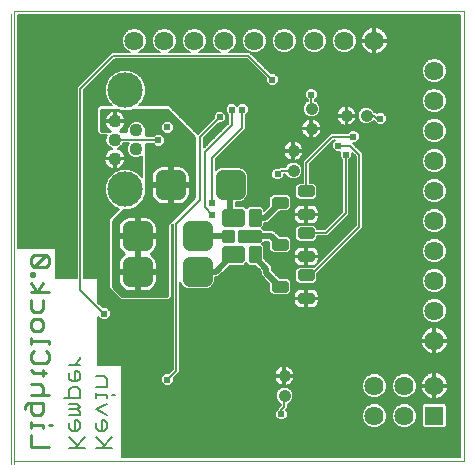
<source format=gbl>
G75*
G70*
%OFA0B0*%
%FSLAX24Y24*%
%IPPOS*%
%LPD*%
%AMOC8*
5,1,8,0,0,1.08239X$1,22.5*
%
%ADD10C,0.0000*%
%ADD11C,0.0060*%
%ADD12C,0.0110*%
%ADD13C,0.0360*%
%ADD14C,0.0436*%
%ADD15C,0.1181*%
%ADD16C,0.0236*%
%ADD17C,0.0173*%
%ADD18C,0.0500*%
%ADD19C,0.0197*%
%ADD20C,0.0640*%
%ADD21R,0.0640X0.0640*%
%ADD22C,0.0240*%
%ADD23C,0.0100*%
%ADD24C,0.0200*%
D10*
X000100Y000100D02*
X000100Y015100D01*
X000200Y015200D02*
X000200Y000200D01*
X000200Y000100D01*
X000200Y000200D02*
X015200Y000200D01*
X015200Y015200D01*
X000200Y015200D01*
D11*
X000330Y015070D02*
X015070Y015070D01*
X015070Y000330D01*
X003800Y000330D01*
X003800Y003400D01*
X003000Y003400D01*
X003000Y005003D01*
X003113Y004890D01*
X003287Y004890D01*
X003410Y005013D01*
X003410Y005187D01*
X003287Y005310D01*
X003160Y005310D01*
X003000Y005470D01*
X003000Y006300D01*
X002520Y006300D01*
X002520Y012550D01*
X003550Y013580D01*
X007950Y013580D01*
X008590Y012940D01*
X008590Y012813D01*
X008713Y012690D01*
X008887Y012690D01*
X009010Y012813D01*
X009010Y012987D01*
X008887Y013110D01*
X008760Y013110D01*
X008052Y013817D01*
X008118Y013790D01*
X008282Y013790D01*
X008432Y013852D01*
X008548Y013968D01*
X008610Y014118D01*
X008610Y014282D01*
X008548Y014432D01*
X008432Y014548D01*
X008282Y014610D01*
X008118Y014610D01*
X007968Y014548D01*
X007852Y014432D01*
X007790Y014282D01*
X007790Y014118D01*
X007852Y013968D01*
X007968Y013852D01*
X008046Y013820D01*
X007354Y013820D01*
X007432Y013852D01*
X007548Y013968D01*
X007610Y014118D01*
X007610Y014282D01*
X007548Y014432D01*
X007432Y014548D01*
X007282Y014610D01*
X007118Y014610D01*
X006968Y014548D01*
X006852Y014432D01*
X006790Y014282D01*
X006790Y014118D01*
X006852Y013968D01*
X006968Y013852D01*
X007046Y013820D01*
X006354Y013820D01*
X006432Y013852D01*
X006548Y013968D01*
X006610Y014118D01*
X006610Y014282D01*
X006548Y014432D01*
X006432Y014548D01*
X006282Y014610D01*
X006118Y014610D01*
X005968Y014548D01*
X005852Y014432D01*
X005790Y014282D01*
X005790Y014118D01*
X005852Y013968D01*
X005968Y013852D01*
X006046Y013820D01*
X005354Y013820D01*
X005432Y013852D01*
X005548Y013968D01*
X005610Y014118D01*
X005610Y014282D01*
X005548Y014432D01*
X005432Y014548D01*
X005282Y014610D01*
X005118Y014610D01*
X004968Y014548D01*
X004852Y014432D01*
X004790Y014282D01*
X004790Y014118D01*
X004852Y013968D01*
X004968Y013852D01*
X005046Y013820D01*
X004354Y013820D01*
X004432Y013852D01*
X004548Y013968D01*
X004610Y014118D01*
X004610Y014282D01*
X004548Y014432D01*
X004432Y014548D01*
X004282Y014610D01*
X004118Y014610D01*
X003968Y014548D01*
X003852Y014432D01*
X003790Y014282D01*
X003790Y014118D01*
X003852Y013968D01*
X003968Y013852D01*
X004046Y013820D01*
X003450Y013820D01*
X003380Y013750D01*
X002280Y012650D01*
X002280Y006300D01*
X001600Y006300D01*
X001600Y007300D01*
X000330Y007300D01*
X000330Y015070D01*
X000330Y015059D02*
X015070Y015059D01*
X015070Y015001D02*
X000330Y015001D01*
X000330Y014942D02*
X015070Y014942D01*
X015070Y014884D02*
X000330Y014884D01*
X000330Y014825D02*
X015070Y014825D01*
X015070Y014767D02*
X000330Y014767D01*
X000330Y014708D02*
X015070Y014708D01*
X015070Y014650D02*
X012238Y014650D01*
X012235Y014650D02*
X012230Y014650D01*
X012230Y014230D01*
X012650Y014230D01*
X012650Y014235D01*
X012639Y014305D01*
X012617Y014373D01*
X012585Y014436D01*
X012543Y014493D01*
X012493Y014543D01*
X012436Y014585D01*
X012373Y014617D01*
X012305Y014639D01*
X012235Y014650D01*
X012230Y014650D02*
X012170Y014650D01*
X012165Y014650D01*
X012095Y014639D01*
X012027Y014617D01*
X011964Y014585D01*
X011907Y014543D01*
X011857Y014493D01*
X011815Y014436D01*
X011783Y014373D01*
X011761Y014305D01*
X011750Y014235D01*
X011750Y014230D01*
X012170Y014230D01*
X012170Y014650D01*
X012162Y014650D02*
X000330Y014650D01*
X000330Y014591D02*
X004073Y014591D01*
X003953Y014533D02*
X000330Y014533D01*
X000330Y014474D02*
X003894Y014474D01*
X003846Y014416D02*
X000330Y014416D01*
X000330Y014357D02*
X003821Y014357D01*
X003797Y014299D02*
X000330Y014299D01*
X000330Y014240D02*
X003790Y014240D01*
X003790Y014182D02*
X000330Y014182D01*
X000330Y014123D02*
X003790Y014123D01*
X003812Y014065D02*
X000330Y014065D01*
X000330Y014006D02*
X003837Y014006D01*
X003873Y013948D02*
X000330Y013948D01*
X000330Y013889D02*
X003931Y013889D01*
X004021Y013831D02*
X000330Y013831D01*
X000330Y013772D02*
X003402Y013772D01*
X003344Y013714D02*
X000330Y013714D01*
X000330Y013655D02*
X003285Y013655D01*
X003227Y013597D02*
X000330Y013597D01*
X000330Y013538D02*
X003168Y013538D01*
X003110Y013480D02*
X000330Y013480D01*
X000330Y013421D02*
X003051Y013421D01*
X002993Y013363D02*
X000330Y013363D01*
X000330Y013304D02*
X002934Y013304D01*
X002876Y013246D02*
X000330Y013246D01*
X000330Y013187D02*
X002817Y013187D01*
X002759Y013129D02*
X000330Y013129D01*
X000330Y013070D02*
X002700Y013070D01*
X002642Y013012D02*
X000330Y013012D01*
X000330Y012953D02*
X002583Y012953D01*
X002525Y012895D02*
X000330Y012895D01*
X000330Y012836D02*
X002466Y012836D01*
X002408Y012778D02*
X000330Y012778D01*
X000330Y012719D02*
X002349Y012719D01*
X002291Y012661D02*
X000330Y012661D01*
X000330Y012602D02*
X002280Y012602D01*
X002280Y012544D02*
X000330Y012544D01*
X000330Y012485D02*
X002280Y012485D01*
X002280Y012427D02*
X000330Y012427D01*
X000330Y012368D02*
X002280Y012368D01*
X002280Y012310D02*
X000330Y012310D01*
X000330Y012251D02*
X002280Y012251D01*
X002280Y012193D02*
X000330Y012193D01*
X000330Y012134D02*
X002280Y012134D01*
X002280Y012076D02*
X000330Y012076D01*
X000330Y012017D02*
X002280Y012017D01*
X002280Y011959D02*
X000330Y011959D01*
X000330Y011900D02*
X002280Y011900D01*
X002280Y011842D02*
X000330Y011842D01*
X000330Y011783D02*
X002280Y011783D01*
X002280Y011725D02*
X000330Y011725D01*
X000330Y011666D02*
X002280Y011666D01*
X002280Y011608D02*
X000330Y011608D01*
X000330Y011549D02*
X002280Y011549D01*
X002280Y011491D02*
X000330Y011491D01*
X000330Y011432D02*
X002280Y011432D01*
X002280Y011374D02*
X000330Y011374D01*
X000330Y011315D02*
X002280Y011315D01*
X002280Y011257D02*
X000330Y011257D01*
X000330Y011198D02*
X002280Y011198D01*
X002280Y011140D02*
X000330Y011140D01*
X000330Y011081D02*
X002280Y011081D01*
X002280Y011023D02*
X000330Y011023D01*
X000330Y010964D02*
X002280Y010964D01*
X002280Y010906D02*
X000330Y010906D01*
X000330Y010847D02*
X002280Y010847D01*
X002280Y010789D02*
X000330Y010789D01*
X000330Y010730D02*
X002280Y010730D01*
X002280Y010672D02*
X000330Y010672D01*
X000330Y010613D02*
X002280Y010613D01*
X002280Y010555D02*
X000330Y010555D01*
X000330Y010496D02*
X002280Y010496D01*
X002280Y010438D02*
X000330Y010438D01*
X000330Y010379D02*
X002280Y010379D01*
X002280Y010321D02*
X000330Y010321D01*
X000330Y010262D02*
X002280Y010262D01*
X002280Y010204D02*
X000330Y010204D01*
X000330Y010145D02*
X002280Y010145D01*
X002280Y010087D02*
X000330Y010087D01*
X000330Y010028D02*
X002280Y010028D01*
X002280Y009970D02*
X000330Y009970D01*
X000330Y009911D02*
X002280Y009911D01*
X002280Y009853D02*
X000330Y009853D01*
X000330Y009794D02*
X002280Y009794D01*
X002280Y009736D02*
X000330Y009736D01*
X000330Y009677D02*
X002280Y009677D01*
X002280Y009619D02*
X000330Y009619D01*
X000330Y009560D02*
X002280Y009560D01*
X002280Y009502D02*
X000330Y009502D01*
X000330Y009443D02*
X002280Y009443D01*
X002280Y009385D02*
X000330Y009385D01*
X000330Y009326D02*
X002280Y009326D01*
X002280Y009268D02*
X000330Y009268D01*
X000330Y009209D02*
X002280Y009209D01*
X002280Y009151D02*
X000330Y009151D01*
X000330Y009092D02*
X002280Y009092D01*
X002280Y009034D02*
X000330Y009034D01*
X000330Y008975D02*
X002280Y008975D01*
X002280Y008917D02*
X000330Y008917D01*
X000330Y008858D02*
X002280Y008858D01*
X002280Y008800D02*
X000330Y008800D01*
X000330Y008741D02*
X002280Y008741D01*
X002280Y008683D02*
X000330Y008683D01*
X000330Y008624D02*
X002280Y008624D01*
X002280Y008566D02*
X000330Y008566D01*
X000330Y008507D02*
X002280Y008507D01*
X002280Y008449D02*
X000330Y008449D01*
X000330Y008390D02*
X002280Y008390D01*
X002280Y008332D02*
X000330Y008332D01*
X000330Y008273D02*
X002280Y008273D01*
X002280Y008215D02*
X000330Y008215D01*
X000330Y008156D02*
X002280Y008156D01*
X002280Y008098D02*
X000330Y008098D01*
X000330Y008039D02*
X002280Y008039D01*
X002280Y007981D02*
X000330Y007981D01*
X000330Y007922D02*
X002280Y007922D01*
X002280Y007864D02*
X000330Y007864D01*
X000330Y007805D02*
X002280Y007805D01*
X002280Y007747D02*
X000330Y007747D01*
X000330Y007688D02*
X002280Y007688D01*
X002280Y007630D02*
X000330Y007630D01*
X000330Y007571D02*
X002280Y007571D01*
X002280Y007513D02*
X000330Y007513D01*
X000330Y007454D02*
X002280Y007454D01*
X002280Y007396D02*
X000330Y007396D01*
X000330Y007337D02*
X002280Y007337D01*
X002280Y007279D02*
X001600Y007279D01*
X001600Y007220D02*
X002280Y007220D01*
X002280Y007162D02*
X001600Y007162D01*
X001600Y007103D02*
X002280Y007103D01*
X002280Y007045D02*
X001600Y007045D01*
X001600Y006986D02*
X002280Y006986D01*
X002280Y006928D02*
X001600Y006928D01*
X001600Y006869D02*
X002280Y006869D01*
X002280Y006811D02*
X001600Y006811D01*
X001600Y006752D02*
X002280Y006752D01*
X002280Y006694D02*
X001600Y006694D01*
X001600Y006635D02*
X002280Y006635D01*
X002280Y006577D02*
X001600Y006577D01*
X001600Y006518D02*
X002280Y006518D01*
X002280Y006460D02*
X001600Y006460D01*
X001600Y006401D02*
X002280Y006401D01*
X002280Y006343D02*
X001600Y006343D01*
X002400Y005900D02*
X003200Y005100D01*
X003336Y004939D02*
X005480Y004939D01*
X005480Y004997D02*
X003394Y004997D01*
X003410Y005056D02*
X005480Y005056D01*
X005480Y005114D02*
X003410Y005114D01*
X003410Y005173D02*
X005480Y005173D01*
X005480Y005231D02*
X003366Y005231D01*
X003307Y005290D02*
X005480Y005290D01*
X005480Y005348D02*
X003122Y005348D01*
X003063Y005407D02*
X005480Y005407D01*
X005480Y005465D02*
X003005Y005465D01*
X003000Y005524D02*
X005480Y005524D01*
X005480Y005582D02*
X005380Y005582D01*
X005358Y005560D02*
X005440Y005642D01*
X005440Y008042D01*
X005480Y008082D01*
X005480Y003250D01*
X005340Y003110D01*
X005213Y003110D01*
X005090Y002987D01*
X005090Y002813D01*
X005213Y002690D01*
X005387Y002690D01*
X005510Y002813D01*
X005510Y002940D01*
X005650Y003080D01*
X005720Y003150D01*
X005720Y006158D01*
X005762Y006057D01*
X005857Y005962D01*
X005982Y005910D01*
X006618Y005910D01*
X006743Y005962D01*
X006838Y006057D01*
X006890Y006182D01*
X006890Y006310D01*
X006988Y006310D01*
X007377Y006699D01*
X007855Y006699D01*
X007937Y006781D01*
X008019Y006699D01*
X008232Y006699D01*
X008410Y006521D01*
X008410Y006388D01*
X008701Y006097D01*
X008701Y005824D01*
X008812Y005713D01*
X009322Y005713D01*
X009433Y005824D01*
X009433Y006176D01*
X009322Y006287D01*
X009049Y006287D01*
X008790Y006546D01*
X008790Y006679D01*
X008679Y006790D01*
X008529Y006940D01*
X008529Y007366D01*
X008466Y007429D01*
X008529Y007491D01*
X008529Y007504D01*
X008694Y007504D01*
X008701Y007497D01*
X008701Y007224D01*
X008812Y007113D01*
X009322Y007113D01*
X009433Y007224D01*
X009433Y007576D01*
X009322Y007687D01*
X009049Y007687D01*
X008851Y007884D01*
X008529Y007884D01*
X008529Y007898D01*
X008466Y007960D01*
X008529Y008023D01*
X008529Y008115D01*
X008650Y008115D01*
X009049Y008513D01*
X009322Y008513D01*
X009433Y008624D01*
X009561Y008624D01*
X009553Y008613D02*
X009536Y008571D01*
X009527Y008527D01*
X009527Y008436D01*
X009903Y008436D01*
X009903Y008376D01*
X009963Y008376D01*
X009963Y008079D01*
X010133Y008079D01*
X010177Y008088D01*
X010218Y008105D01*
X010256Y008130D01*
X010288Y008162D01*
X010313Y008200D01*
X010330Y008241D01*
X010339Y008285D01*
X010339Y008376D01*
X009963Y008376D01*
X009963Y008436D01*
X010339Y008436D01*
X010339Y008527D01*
X010330Y008571D01*
X010313Y008613D01*
X010288Y008650D01*
X010256Y008682D01*
X010218Y008707D01*
X010177Y008724D01*
X010133Y008733D01*
X009963Y008733D01*
X009963Y008436D01*
X009903Y008436D01*
X009903Y008733D01*
X009733Y008733D01*
X009689Y008724D01*
X009648Y008707D01*
X009610Y008682D01*
X009578Y008650D01*
X009553Y008613D01*
X009535Y008566D02*
X009375Y008566D01*
X009433Y008624D02*
X009433Y008976D01*
X009322Y009087D01*
X008812Y009087D01*
X008701Y008976D01*
X008701Y008703D01*
X008529Y008530D01*
X008529Y008587D01*
X008425Y008690D01*
X008019Y008690D01*
X007937Y008608D01*
X007855Y008690D01*
X007590Y008690D01*
X007590Y008810D01*
X007718Y008810D01*
X007843Y008862D01*
X007938Y008957D01*
X007990Y009082D01*
X007990Y009718D01*
X007938Y009843D01*
X007843Y009938D01*
X007718Y009990D01*
X007082Y009990D01*
X006957Y009938D01*
X006920Y009901D01*
X006920Y010250D01*
X007850Y011180D01*
X007920Y011250D01*
X007920Y011723D01*
X008010Y011813D01*
X008010Y011987D01*
X007887Y012110D01*
X007713Y012110D01*
X007625Y012022D01*
X007537Y012110D01*
X007363Y012110D01*
X007240Y011987D01*
X007240Y011813D01*
X007330Y011723D01*
X007330Y011450D01*
X006520Y010640D01*
X006520Y010950D01*
X007010Y011440D01*
X007137Y011440D01*
X007260Y011563D01*
X007260Y011737D01*
X007137Y011860D01*
X006963Y011860D01*
X006840Y011737D01*
X006840Y011610D01*
X006314Y011084D01*
X005440Y011958D01*
X005358Y012040D01*
X004349Y012040D01*
X004477Y012168D01*
X004581Y012418D01*
X004581Y012689D01*
X004477Y012939D01*
X004286Y013130D01*
X004035Y013234D01*
X003765Y013234D01*
X003514Y013130D01*
X003323Y012939D01*
X003219Y012689D01*
X003219Y012418D01*
X003323Y012168D01*
X003451Y012040D01*
X003042Y012040D01*
X002960Y011958D01*
X002960Y011142D01*
X003042Y011060D01*
X003278Y011060D01*
X003238Y010961D01*
X003238Y010839D01*
X003284Y010725D01*
X003371Y010639D01*
X003450Y010606D01*
X003444Y010605D01*
X003381Y010579D01*
X003324Y010540D01*
X003275Y010492D01*
X003237Y010435D01*
X003211Y010372D01*
X003198Y010304D01*
X003198Y010299D01*
X003517Y010299D01*
X003517Y010241D01*
X003575Y010241D01*
X003575Y010299D01*
X003894Y010299D01*
X003894Y010304D01*
X003880Y010372D01*
X003854Y010435D01*
X003816Y010492D01*
X003768Y010540D01*
X003711Y010579D01*
X003647Y010605D01*
X003641Y010606D01*
X003720Y010639D01*
X003807Y010725D01*
X003829Y010780D01*
X004014Y010780D01*
X003993Y010760D01*
X003946Y010646D01*
X003946Y010524D01*
X003993Y010411D01*
X004080Y010324D01*
X004193Y010277D01*
X004316Y010277D01*
X004429Y010324D01*
X004460Y010355D01*
X004460Y009649D01*
X004286Y009823D01*
X004035Y009927D01*
X003765Y009927D01*
X003514Y009823D01*
X003323Y009632D01*
X003219Y009382D01*
X003219Y009111D01*
X003323Y008861D01*
X003514Y008670D01*
X003696Y008594D01*
X003442Y008340D01*
X003360Y008258D01*
X003360Y005942D01*
X003660Y005642D01*
X003742Y005560D01*
X005358Y005560D01*
X005439Y005641D02*
X005480Y005641D01*
X005480Y005699D02*
X005440Y005699D01*
X005440Y005758D02*
X005480Y005758D01*
X005480Y005816D02*
X005440Y005816D01*
X005440Y005875D02*
X005480Y005875D01*
X005480Y005933D02*
X005440Y005933D01*
X005440Y005992D02*
X005480Y005992D01*
X005480Y006050D02*
X005440Y006050D01*
X005440Y006109D02*
X005480Y006109D01*
X005480Y006167D02*
X005440Y006167D01*
X005440Y006226D02*
X005480Y006226D01*
X005480Y006284D02*
X005440Y006284D01*
X005440Y006343D02*
X005480Y006343D01*
X005480Y006401D02*
X005440Y006401D01*
X005440Y006460D02*
X005480Y006460D01*
X005480Y006518D02*
X005440Y006518D01*
X005440Y006577D02*
X005480Y006577D01*
X005480Y006635D02*
X005440Y006635D01*
X005440Y006694D02*
X005480Y006694D01*
X005480Y006752D02*
X005440Y006752D01*
X005440Y006811D02*
X005480Y006811D01*
X005480Y006869D02*
X005440Y006869D01*
X005440Y006928D02*
X005480Y006928D01*
X005480Y006986D02*
X005440Y006986D01*
X005440Y007045D02*
X005480Y007045D01*
X005480Y007103D02*
X005440Y007103D01*
X005440Y007162D02*
X005480Y007162D01*
X005480Y007220D02*
X005440Y007220D01*
X005440Y007279D02*
X005480Y007279D01*
X005480Y007337D02*
X005440Y007337D01*
X005440Y007396D02*
X005480Y007396D01*
X005480Y007454D02*
X005440Y007454D01*
X005440Y007513D02*
X005480Y007513D01*
X005480Y007571D02*
X005440Y007571D01*
X005440Y007630D02*
X005480Y007630D01*
X005480Y007688D02*
X005440Y007688D01*
X005440Y007747D02*
X005480Y007747D01*
X005480Y007805D02*
X005440Y007805D01*
X005440Y007864D02*
X005480Y007864D01*
X005480Y007922D02*
X005440Y007922D01*
X005440Y007981D02*
X005480Y007981D01*
X005480Y008039D02*
X005440Y008039D01*
X005600Y008100D02*
X006400Y008900D01*
X006400Y011000D01*
X007050Y011650D01*
X007188Y011491D02*
X007330Y011491D01*
X007330Y011549D02*
X007246Y011549D01*
X007260Y011608D02*
X007330Y011608D01*
X007330Y011666D02*
X007260Y011666D01*
X007260Y011725D02*
X007328Y011725D01*
X007270Y011783D02*
X007214Y011783D01*
X007240Y011842D02*
X007155Y011842D01*
X007240Y011900D02*
X005498Y011900D01*
X005440Y011958D02*
X005440Y011958D01*
X005439Y011959D02*
X007240Y011959D01*
X007270Y012017D02*
X005381Y012017D01*
X005556Y011842D02*
X006945Y011842D01*
X006886Y011783D02*
X005615Y011783D01*
X005673Y011725D02*
X006840Y011725D01*
X006840Y011666D02*
X005732Y011666D01*
X005790Y011608D02*
X006838Y011608D01*
X006779Y011549D02*
X005849Y011549D01*
X005907Y011491D02*
X006721Y011491D01*
X006662Y011432D02*
X005966Y011432D01*
X006024Y011374D02*
X006604Y011374D01*
X006545Y011315D02*
X006083Y011315D01*
X006141Y011257D02*
X006487Y011257D01*
X006428Y011198D02*
X006200Y011198D01*
X006258Y011140D02*
X006370Y011140D01*
X006534Y010964D02*
X006844Y010964D01*
X006786Y010906D02*
X006520Y010906D01*
X006520Y010847D02*
X006727Y010847D01*
X006669Y010789D02*
X006520Y010789D01*
X006520Y010730D02*
X006610Y010730D01*
X006552Y010672D02*
X006520Y010672D01*
X006550Y010500D02*
X007450Y011400D01*
X007450Y011900D01*
X007571Y012076D02*
X007679Y012076D01*
X007800Y011900D02*
X007800Y011300D01*
X006800Y010300D01*
X006800Y008800D01*
X006550Y008650D02*
X006800Y008400D01*
X006550Y008650D02*
X006550Y010500D01*
X006932Y010262D02*
X009293Y010262D01*
X009282Y010269D02*
X009333Y010235D01*
X009390Y010212D01*
X009449Y010200D01*
X009470Y010200D01*
X009470Y010500D01*
X009530Y010500D01*
X009530Y010560D01*
X009830Y010560D01*
X009830Y010581D01*
X009818Y010640D01*
X009795Y010697D01*
X009761Y010748D01*
X009718Y010791D01*
X009667Y010825D01*
X009610Y010848D01*
X009551Y010860D01*
X009530Y010860D01*
X009530Y010560D01*
X009470Y010560D01*
X009470Y010860D01*
X009449Y010860D01*
X009390Y010848D01*
X009333Y010825D01*
X009282Y010791D01*
X009239Y010748D01*
X009205Y010697D01*
X009182Y010640D01*
X009170Y010581D01*
X009170Y010560D01*
X009470Y010560D01*
X009470Y010500D01*
X009170Y010500D01*
X009170Y010479D01*
X009182Y010420D01*
X009205Y010363D01*
X009239Y010312D01*
X009282Y010269D01*
X009234Y010321D02*
X006990Y010321D01*
X007049Y010379D02*
X009199Y010379D01*
X009178Y010438D02*
X007107Y010438D01*
X007166Y010496D02*
X009170Y010496D01*
X009176Y010613D02*
X007283Y010613D01*
X007341Y010672D02*
X009195Y010672D01*
X009227Y010730D02*
X007400Y010730D01*
X007458Y010789D02*
X009280Y010789D01*
X009387Y010847D02*
X007517Y010847D01*
X007575Y010906D02*
X010536Y010906D01*
X010594Y010964D02*
X010240Y010964D01*
X010267Y010975D02*
X010318Y011009D01*
X010361Y011052D01*
X010395Y011103D01*
X010418Y011160D01*
X010430Y011219D01*
X010430Y011240D01*
X010130Y011240D01*
X010130Y011300D01*
X010070Y011300D01*
X010070Y011600D01*
X010049Y011600D01*
X009990Y011588D01*
X009933Y011565D01*
X009882Y011531D01*
X009839Y011488D01*
X009805Y011437D01*
X009782Y011380D01*
X009770Y011321D01*
X009770Y011300D01*
X010070Y011300D01*
X010070Y011240D01*
X009770Y011240D01*
X009770Y011219D01*
X009782Y011160D01*
X009805Y011103D01*
X009839Y011052D01*
X009882Y011009D01*
X009933Y010975D01*
X009990Y010952D01*
X010049Y010940D01*
X010070Y010940D01*
X010070Y011240D01*
X010130Y011240D01*
X010130Y010940D01*
X010151Y010940D01*
X010210Y010952D01*
X010267Y010975D01*
X010331Y011023D02*
X010653Y011023D01*
X010711Y011081D02*
X010380Y011081D01*
X010410Y011140D02*
X011343Y011140D01*
X011323Y011120D02*
X010750Y011120D01*
X009883Y010253D01*
X009813Y010183D01*
X009813Y009461D01*
X009678Y009461D01*
X009567Y009350D01*
X009567Y008998D01*
X009678Y008887D01*
X010188Y008887D01*
X010299Y008998D01*
X010299Y009350D01*
X010188Y009461D01*
X010053Y009461D01*
X010053Y010083D01*
X010850Y010880D01*
X010883Y010880D01*
X010790Y010787D01*
X010790Y010613D01*
X010913Y010490D01*
X011043Y010490D01*
X011040Y010487D01*
X011040Y010313D01*
X011130Y010223D01*
X011130Y008500D01*
X010550Y007920D01*
X010299Y007920D01*
X010299Y007950D01*
X010188Y008061D01*
X009678Y008061D01*
X009567Y007950D01*
X009567Y007598D01*
X009678Y007487D01*
X010188Y007487D01*
X010299Y007598D01*
X010299Y007680D01*
X010650Y007680D01*
X011300Y008330D01*
X011370Y008400D01*
X011370Y010223D01*
X011460Y010313D01*
X011460Y010470D01*
X011580Y010350D01*
X011580Y008050D01*
X010190Y006659D01*
X010188Y006661D01*
X009678Y006661D01*
X009567Y006550D01*
X009567Y006198D01*
X009678Y006087D01*
X010188Y006087D01*
X010299Y006198D01*
X010299Y006429D01*
X011750Y007880D01*
X011820Y007950D01*
X011820Y010450D01*
X011750Y010520D01*
X011520Y010750D01*
X011480Y010790D01*
X011587Y010790D01*
X011710Y010913D01*
X011710Y011087D01*
X011587Y011210D01*
X011413Y011210D01*
X011323Y011120D01*
X011401Y011198D02*
X010426Y011198D01*
X010430Y011300D02*
X010430Y011321D01*
X010418Y011380D01*
X010395Y011437D01*
X010361Y011488D01*
X010318Y011531D01*
X010267Y011565D01*
X010210Y011588D01*
X010151Y011600D01*
X010130Y011600D01*
X010130Y011300D01*
X010430Y011300D01*
X010430Y011315D02*
X013804Y011315D01*
X013790Y011282D02*
X013790Y011118D01*
X013852Y010968D01*
X013968Y010852D01*
X014118Y010790D01*
X014282Y010790D01*
X014432Y010852D01*
X014548Y010968D01*
X014610Y011118D01*
X014610Y011282D01*
X014548Y011432D01*
X015070Y011432D01*
X015070Y011374D02*
X014572Y011374D01*
X014548Y011432D02*
X014432Y011548D01*
X014282Y011610D01*
X014118Y011610D01*
X013968Y011548D01*
X013852Y011432D01*
X012529Y011432D01*
X012487Y011390D02*
X012313Y011390D01*
X012190Y011513D01*
X012190Y011540D01*
X012186Y011544D01*
X012179Y011527D01*
X012103Y011451D01*
X012004Y011410D01*
X011856Y011410D01*
X011757Y011451D01*
X011681Y011527D01*
X011640Y011626D01*
X011640Y011774D01*
X011681Y011873D01*
X011757Y011949D01*
X011856Y011990D01*
X012004Y011990D01*
X012103Y011949D01*
X012179Y011873D01*
X012201Y011820D01*
X012250Y011820D01*
X012286Y011783D01*
X012313Y011810D01*
X012487Y011810D01*
X012610Y011687D01*
X012610Y011513D01*
X012487Y011390D01*
X012588Y011491D02*
X013911Y011491D01*
X013852Y011432D02*
X013790Y011282D01*
X013790Y011257D02*
X010130Y011257D01*
X010130Y011315D02*
X010070Y011315D01*
X010070Y011257D02*
X007920Y011257D01*
X007920Y011315D02*
X009770Y011315D01*
X009781Y011374D02*
X007920Y011374D01*
X007920Y011432D02*
X009803Y011432D01*
X009842Y011491D02*
X007920Y011491D01*
X007920Y011549D02*
X009910Y011549D01*
X009963Y011666D02*
X007920Y011666D01*
X007920Y011608D02*
X010948Y011608D01*
X010952Y011590D02*
X010975Y011533D01*
X011009Y011482D01*
X011052Y011439D01*
X011103Y011405D01*
X011160Y011382D01*
X011219Y011370D01*
X011240Y011370D01*
X011240Y011670D01*
X011300Y011670D01*
X011300Y011730D01*
X011240Y011730D01*
X011240Y012030D01*
X011219Y012030D01*
X011160Y012018D01*
X011103Y011995D01*
X011052Y011961D01*
X011009Y011918D01*
X010975Y011867D01*
X010952Y011810D01*
X010940Y011751D01*
X010940Y011730D01*
X011240Y011730D01*
X011240Y011670D01*
X010940Y011670D01*
X010940Y011649D01*
X010952Y011590D01*
X010969Y011549D02*
X010290Y011549D01*
X010358Y011491D02*
X011004Y011491D01*
X011063Y011432D02*
X010397Y011432D01*
X010419Y011374D02*
X011202Y011374D01*
X011240Y011374D02*
X011300Y011374D01*
X011300Y011370D02*
X011321Y011370D01*
X011380Y011382D01*
X011437Y011405D01*
X011488Y011439D01*
X011531Y011482D01*
X011565Y011533D01*
X011588Y011590D01*
X011600Y011649D01*
X011600Y011670D01*
X011300Y011670D01*
X011300Y011370D01*
X011338Y011374D02*
X013828Y011374D01*
X013790Y011198D02*
X011599Y011198D01*
X011657Y011140D02*
X013790Y011140D01*
X013805Y011081D02*
X011710Y011081D01*
X011710Y011023D02*
X013830Y011023D01*
X013856Y010964D02*
X011710Y010964D01*
X011703Y010906D02*
X013915Y010906D01*
X013981Y010847D02*
X011644Y010847D01*
X011540Y010730D02*
X015070Y010730D01*
X015070Y010672D02*
X011598Y010672D01*
X011657Y010613D02*
X015070Y010613D01*
X015070Y010555D02*
X014415Y010555D01*
X014432Y010548D02*
X014282Y010610D01*
X014118Y010610D01*
X013968Y010548D01*
X013852Y010432D01*
X013790Y010282D01*
X013790Y010118D01*
X013852Y009968D01*
X013968Y009852D01*
X014118Y009790D01*
X014282Y009790D01*
X014432Y009852D01*
X014548Y009968D01*
X014610Y010118D01*
X014610Y010282D01*
X014548Y010432D01*
X014432Y010548D01*
X014484Y010496D02*
X015070Y010496D01*
X015070Y010438D02*
X014542Y010438D01*
X014570Y010379D02*
X015070Y010379D01*
X015070Y010321D02*
X014594Y010321D01*
X014610Y010262D02*
X015070Y010262D01*
X015070Y010204D02*
X014610Y010204D01*
X014610Y010145D02*
X015070Y010145D01*
X015070Y010087D02*
X014597Y010087D01*
X014573Y010028D02*
X015070Y010028D01*
X015070Y009970D02*
X014548Y009970D01*
X014491Y009911D02*
X015070Y009911D01*
X015070Y009853D02*
X014432Y009853D01*
X014291Y009794D02*
X015070Y009794D01*
X015070Y009736D02*
X011820Y009736D01*
X011820Y009794D02*
X014109Y009794D01*
X013968Y009853D02*
X011820Y009853D01*
X011820Y009911D02*
X013909Y009911D01*
X013852Y009970D02*
X011820Y009970D01*
X011820Y010028D02*
X013827Y010028D01*
X013803Y010087D02*
X011820Y010087D01*
X011820Y010145D02*
X013790Y010145D01*
X013790Y010204D02*
X011820Y010204D01*
X011820Y010262D02*
X013790Y010262D01*
X013806Y010321D02*
X011820Y010321D01*
X011820Y010379D02*
X013830Y010379D01*
X013858Y010438D02*
X011820Y010438D01*
X011774Y010496D02*
X013916Y010496D01*
X013985Y010555D02*
X011715Y010555D01*
X011700Y010400D02*
X011700Y008000D01*
X010074Y006374D01*
X009933Y006374D01*
X009903Y006679D02*
X009733Y006679D01*
X009689Y006688D01*
X009648Y006705D01*
X009610Y006730D01*
X009578Y006762D01*
X009553Y006800D01*
X009536Y006841D01*
X009527Y006885D01*
X009527Y006976D01*
X009903Y006976D01*
X009963Y006976D01*
X009963Y006679D01*
X010133Y006679D01*
X010177Y006688D01*
X010218Y006705D01*
X010256Y006730D01*
X010288Y006762D01*
X010313Y006800D01*
X010330Y006841D01*
X010339Y006885D01*
X010339Y006976D01*
X009963Y006976D01*
X009963Y007036D01*
X010339Y007036D01*
X010339Y007127D01*
X010330Y007171D01*
X010313Y007213D01*
X010288Y007250D01*
X010256Y007282D01*
X010218Y007307D01*
X010177Y007324D01*
X010133Y007333D01*
X009963Y007333D01*
X009963Y007036D01*
X009903Y007036D01*
X009903Y006976D01*
X009903Y006679D01*
X009903Y006694D02*
X009963Y006694D01*
X009963Y006752D02*
X009903Y006752D01*
X009903Y006811D02*
X009963Y006811D01*
X009963Y006869D02*
X009903Y006869D01*
X009903Y006928D02*
X009963Y006928D01*
X009963Y006986D02*
X010516Y006986D01*
X010458Y006928D02*
X010339Y006928D01*
X010335Y006869D02*
X010399Y006869D01*
X010341Y006811D02*
X010317Y006811D01*
X010282Y006752D02*
X010277Y006752D01*
X010224Y006694D02*
X010190Y006694D01*
X010388Y006518D02*
X013938Y006518D01*
X013968Y006548D02*
X013852Y006432D01*
X013790Y006282D01*
X013790Y006118D01*
X013852Y005968D01*
X013968Y005852D01*
X014118Y005790D01*
X014282Y005790D01*
X014432Y005852D01*
X014548Y005968D01*
X014610Y006118D01*
X014610Y006282D01*
X014548Y006432D01*
X014432Y006548D01*
X014282Y006610D01*
X014118Y006610D01*
X013968Y006548D01*
X014038Y006577D02*
X010446Y006577D01*
X010505Y006635D02*
X015070Y006635D01*
X015070Y006577D02*
X014362Y006577D01*
X014462Y006518D02*
X015070Y006518D01*
X015070Y006460D02*
X014520Y006460D01*
X014561Y006401D02*
X015070Y006401D01*
X015070Y006343D02*
X014585Y006343D01*
X014609Y006284D02*
X015070Y006284D01*
X015070Y006226D02*
X014610Y006226D01*
X014610Y006167D02*
X015070Y006167D01*
X015070Y006109D02*
X014606Y006109D01*
X014582Y006050D02*
X015070Y006050D01*
X015070Y005992D02*
X014557Y005992D01*
X014513Y005933D02*
X015070Y005933D01*
X015070Y005875D02*
X014454Y005875D01*
X014344Y005816D02*
X015070Y005816D01*
X015070Y005758D02*
X010333Y005758D01*
X010330Y005771D02*
X010313Y005813D01*
X010288Y005850D01*
X010256Y005882D01*
X010218Y005907D01*
X010177Y005924D01*
X010133Y005933D01*
X009963Y005933D01*
X009903Y005933D01*
X009733Y005933D01*
X009433Y005933D01*
X009433Y005875D02*
X009603Y005875D01*
X009610Y005882D02*
X009578Y005850D01*
X009553Y005813D01*
X009536Y005771D01*
X009527Y005727D01*
X009527Y005636D01*
X009903Y005636D01*
X009903Y005576D01*
X009963Y005576D01*
X009963Y005279D01*
X010133Y005279D01*
X010177Y005288D01*
X010218Y005305D01*
X010256Y005330D01*
X010288Y005362D01*
X010313Y005400D01*
X010330Y005441D01*
X010339Y005485D01*
X010339Y005576D01*
X009963Y005576D01*
X009963Y005636D01*
X010339Y005636D01*
X010339Y005727D01*
X010330Y005771D01*
X010311Y005816D02*
X014056Y005816D01*
X013946Y005875D02*
X010263Y005875D01*
X010133Y005933D02*
X013887Y005933D01*
X013843Y005992D02*
X009433Y005992D01*
X009433Y006050D02*
X013818Y006050D01*
X013794Y006109D02*
X010210Y006109D01*
X010268Y006167D02*
X013790Y006167D01*
X013790Y006226D02*
X010299Y006226D01*
X010299Y006284D02*
X013791Y006284D01*
X013815Y006343D02*
X010299Y006343D01*
X010299Y006401D02*
X013839Y006401D01*
X013880Y006460D02*
X010329Y006460D01*
X010563Y006694D02*
X015070Y006694D01*
X015070Y006752D02*
X010622Y006752D01*
X010680Y006811D02*
X014069Y006811D01*
X014118Y006790D02*
X013968Y006852D01*
X013852Y006968D01*
X013790Y007118D01*
X013790Y007282D01*
X013852Y007432D01*
X013968Y007548D01*
X014118Y007610D01*
X014282Y007610D01*
X014432Y007548D01*
X014548Y007432D01*
X014610Y007282D01*
X014610Y007118D01*
X014548Y006968D01*
X014432Y006852D01*
X014282Y006790D01*
X014118Y006790D01*
X013951Y006869D02*
X010739Y006869D01*
X010797Y006928D02*
X013893Y006928D01*
X013845Y006986D02*
X010856Y006986D01*
X010914Y007045D02*
X013821Y007045D01*
X013796Y007103D02*
X010973Y007103D01*
X011031Y007162D02*
X013790Y007162D01*
X013790Y007220D02*
X011090Y007220D01*
X011148Y007279D02*
X013790Y007279D01*
X013813Y007337D02*
X011207Y007337D01*
X011265Y007396D02*
X013837Y007396D01*
X013874Y007454D02*
X011324Y007454D01*
X011382Y007513D02*
X013933Y007513D01*
X014024Y007571D02*
X011441Y007571D01*
X011499Y007630D02*
X015070Y007630D01*
X015070Y007688D02*
X011558Y007688D01*
X011616Y007747D02*
X015070Y007747D01*
X015070Y007805D02*
X014318Y007805D01*
X014282Y007790D02*
X014432Y007852D01*
X014548Y007968D01*
X014610Y008118D01*
X014610Y008282D01*
X014548Y008432D01*
X014432Y008548D01*
X014282Y008610D01*
X014118Y008610D01*
X013968Y008548D01*
X013852Y008432D01*
X013790Y008282D01*
X013790Y008118D01*
X013852Y007968D01*
X013968Y007852D01*
X014118Y007790D01*
X014282Y007790D01*
X014443Y007864D02*
X015070Y007864D01*
X015070Y007922D02*
X014502Y007922D01*
X014553Y007981D02*
X015070Y007981D01*
X015070Y008039D02*
X014577Y008039D01*
X014601Y008098D02*
X015070Y008098D01*
X015070Y008156D02*
X014610Y008156D01*
X014610Y008215D02*
X015070Y008215D01*
X015070Y008273D02*
X014610Y008273D01*
X014589Y008332D02*
X015070Y008332D01*
X015070Y008390D02*
X014565Y008390D01*
X014531Y008449D02*
X015070Y008449D01*
X015070Y008507D02*
X014473Y008507D01*
X014389Y008566D02*
X015070Y008566D01*
X015070Y008624D02*
X011820Y008624D01*
X011820Y008566D02*
X014011Y008566D01*
X013927Y008507D02*
X011820Y008507D01*
X011820Y008449D02*
X013869Y008449D01*
X013835Y008390D02*
X011820Y008390D01*
X011820Y008332D02*
X013811Y008332D01*
X013790Y008273D02*
X011820Y008273D01*
X011820Y008215D02*
X013790Y008215D01*
X013790Y008156D02*
X011820Y008156D01*
X011820Y008098D02*
X013799Y008098D01*
X013823Y008039D02*
X011820Y008039D01*
X011820Y007981D02*
X013847Y007981D01*
X013898Y007922D02*
X011792Y007922D01*
X011733Y007864D02*
X013957Y007864D01*
X014082Y007805D02*
X011675Y007805D01*
X011511Y007981D02*
X010950Y007981D01*
X011009Y008039D02*
X011569Y008039D01*
X011580Y008098D02*
X011067Y008098D01*
X011126Y008156D02*
X011580Y008156D01*
X011580Y008215D02*
X011184Y008215D01*
X011243Y008273D02*
X011580Y008273D01*
X011580Y008332D02*
X011301Y008332D01*
X011360Y008390D02*
X011580Y008390D01*
X011580Y008449D02*
X011370Y008449D01*
X011370Y008507D02*
X011580Y008507D01*
X011580Y008566D02*
X011370Y008566D01*
X011370Y008624D02*
X011580Y008624D01*
X011580Y008683D02*
X011370Y008683D01*
X011370Y008741D02*
X011580Y008741D01*
X011580Y008800D02*
X011370Y008800D01*
X011370Y008858D02*
X011580Y008858D01*
X011580Y008917D02*
X011370Y008917D01*
X011370Y008975D02*
X011580Y008975D01*
X011580Y009034D02*
X011370Y009034D01*
X011370Y009092D02*
X011580Y009092D01*
X011580Y009151D02*
X011370Y009151D01*
X011370Y009209D02*
X011580Y009209D01*
X011580Y009268D02*
X011370Y009268D01*
X011370Y009326D02*
X011580Y009326D01*
X011580Y009385D02*
X011370Y009385D01*
X011370Y009443D02*
X011580Y009443D01*
X011580Y009502D02*
X011370Y009502D01*
X011370Y009560D02*
X011580Y009560D01*
X011580Y009619D02*
X011370Y009619D01*
X011370Y009677D02*
X011580Y009677D01*
X011580Y009736D02*
X011370Y009736D01*
X011370Y009794D02*
X011580Y009794D01*
X011580Y009853D02*
X011370Y009853D01*
X011370Y009911D02*
X011580Y009911D01*
X011580Y009970D02*
X011370Y009970D01*
X011370Y010028D02*
X011580Y010028D01*
X011580Y010087D02*
X011370Y010087D01*
X011370Y010145D02*
X011580Y010145D01*
X011580Y010204D02*
X011370Y010204D01*
X011409Y010262D02*
X011580Y010262D01*
X011580Y010321D02*
X011460Y010321D01*
X011460Y010379D02*
X011551Y010379D01*
X011493Y010438D02*
X011460Y010438D01*
X011250Y010400D02*
X011250Y008450D01*
X010600Y007800D01*
X009959Y007800D01*
X009933Y007774D01*
X009903Y008079D02*
X009733Y008079D01*
X009689Y008088D01*
X009648Y008105D01*
X009610Y008130D01*
X009578Y008162D01*
X009553Y008200D01*
X009536Y008241D01*
X009527Y008285D01*
X009527Y008376D01*
X009903Y008376D01*
X009903Y008079D01*
X009903Y008098D02*
X009963Y008098D01*
X009963Y008156D02*
X009903Y008156D01*
X009903Y008215D02*
X009963Y008215D01*
X009963Y008273D02*
X009903Y008273D01*
X009903Y008332D02*
X009963Y008332D01*
X009963Y008390D02*
X011020Y008390D01*
X010962Y008332D02*
X010339Y008332D01*
X010336Y008273D02*
X010903Y008273D01*
X010845Y008215D02*
X010319Y008215D01*
X010281Y008156D02*
X010786Y008156D01*
X010728Y008098D02*
X010199Y008098D01*
X010210Y008039D02*
X010669Y008039D01*
X010611Y007981D02*
X010269Y007981D01*
X010299Y007922D02*
X010552Y007922D01*
X010716Y007747D02*
X011277Y007747D01*
X011335Y007805D02*
X010775Y007805D01*
X010833Y007864D02*
X011394Y007864D01*
X011452Y007922D02*
X010892Y007922D01*
X011160Y007630D02*
X010299Y007630D01*
X010272Y007571D02*
X011101Y007571D01*
X011043Y007513D02*
X010214Y007513D01*
X010259Y007279D02*
X010809Y007279D01*
X010867Y007337D02*
X009433Y007337D01*
X009433Y007279D02*
X009607Y007279D01*
X009610Y007282D02*
X009578Y007250D01*
X009553Y007213D01*
X009536Y007171D01*
X009527Y007127D01*
X009527Y007036D01*
X009903Y007036D01*
X009903Y007333D01*
X009733Y007333D01*
X009689Y007324D01*
X009648Y007307D01*
X009610Y007282D01*
X009558Y007220D02*
X009429Y007220D01*
X009371Y007162D02*
X009534Y007162D01*
X009527Y007103D02*
X008529Y007103D01*
X008529Y007045D02*
X009527Y007045D01*
X009527Y006928D02*
X008541Y006928D01*
X008529Y006986D02*
X009903Y006986D01*
X009903Y007045D02*
X009963Y007045D01*
X009963Y007103D02*
X009903Y007103D01*
X009903Y007162D02*
X009963Y007162D01*
X009963Y007220D02*
X009903Y007220D01*
X009903Y007279D02*
X009963Y007279D01*
X009652Y007513D02*
X009433Y007513D01*
X009433Y007571D02*
X009594Y007571D01*
X009567Y007630D02*
X009379Y007630D01*
X009433Y007454D02*
X010984Y007454D01*
X010926Y007396D02*
X009433Y007396D01*
X009567Y007688D02*
X009048Y007688D01*
X008989Y007747D02*
X009567Y007747D01*
X009567Y007805D02*
X008931Y007805D01*
X008872Y007864D02*
X009567Y007864D01*
X009567Y007922D02*
X008504Y007922D01*
X008486Y007981D02*
X009598Y007981D01*
X009656Y008039D02*
X008529Y008039D01*
X008529Y008098D02*
X009667Y008098D01*
X009585Y008156D02*
X008692Y008156D01*
X008750Y008215D02*
X009547Y008215D01*
X009530Y008273D02*
X008809Y008273D01*
X008867Y008332D02*
X009527Y008332D01*
X009527Y008449D02*
X008984Y008449D01*
X009043Y008507D02*
X009527Y008507D01*
X009611Y008683D02*
X009433Y008683D01*
X009433Y008741D02*
X011130Y008741D01*
X011130Y008683D02*
X010255Y008683D01*
X010305Y008624D02*
X011130Y008624D01*
X011130Y008566D02*
X010331Y008566D01*
X010339Y008507D02*
X011130Y008507D01*
X011079Y008449D02*
X010339Y008449D01*
X009963Y008449D02*
X009903Y008449D01*
X009903Y008507D02*
X009963Y008507D01*
X009963Y008566D02*
X009903Y008566D01*
X009903Y008624D02*
X009963Y008624D01*
X009963Y008683D02*
X009903Y008683D01*
X009903Y008390D02*
X008926Y008390D01*
X008681Y008683D02*
X008433Y008683D01*
X008491Y008624D02*
X008622Y008624D01*
X008564Y008566D02*
X008529Y008566D01*
X008701Y008741D02*
X007590Y008741D01*
X007590Y008800D02*
X008701Y008800D01*
X008701Y008858D02*
X007834Y008858D01*
X007897Y008917D02*
X008701Y008917D01*
X008701Y008975D02*
X007946Y008975D01*
X007970Y009034D02*
X008758Y009034D01*
X008888Y009545D02*
X009062Y009545D01*
X009185Y009668D01*
X009185Y009750D01*
X009229Y009750D01*
X009251Y009697D01*
X009327Y009621D01*
X009426Y009580D01*
X009574Y009580D01*
X009673Y009621D01*
X009749Y009697D01*
X009790Y009796D01*
X009790Y009944D01*
X009749Y010043D01*
X009673Y010119D01*
X009574Y010160D01*
X009426Y010160D01*
X009327Y010119D01*
X009251Y010043D01*
X009229Y009990D01*
X009040Y009990D01*
X009015Y009965D01*
X008888Y009965D01*
X008765Y009842D01*
X008765Y009668D01*
X008888Y009545D01*
X008873Y009560D02*
X007990Y009560D01*
X007990Y009502D02*
X009813Y009502D01*
X009813Y009560D02*
X009077Y009560D01*
X009135Y009619D02*
X009333Y009619D01*
X009271Y009677D02*
X009185Y009677D01*
X009185Y009736D02*
X009235Y009736D01*
X009090Y009870D02*
X008975Y009755D01*
X009090Y009870D02*
X009500Y009870D01*
X009295Y010087D02*
X006920Y010087D01*
X006920Y010145D02*
X009390Y010145D01*
X009432Y010204D02*
X006920Y010204D01*
X006920Y010028D02*
X009245Y010028D01*
X009470Y010204D02*
X009530Y010204D01*
X009530Y010200D02*
X009551Y010200D01*
X009610Y010212D01*
X009667Y010235D01*
X009718Y010269D01*
X009761Y010312D01*
X009795Y010363D01*
X009818Y010420D01*
X009830Y010479D01*
X009830Y010500D01*
X009530Y010500D01*
X009530Y010200D01*
X009568Y010204D02*
X009834Y010204D01*
X009813Y010145D02*
X009610Y010145D01*
X009705Y010087D02*
X009813Y010087D01*
X009813Y010028D02*
X009755Y010028D01*
X009779Y009970D02*
X009813Y009970D01*
X009813Y009911D02*
X009790Y009911D01*
X009790Y009853D02*
X009813Y009853D01*
X009813Y009794D02*
X009789Y009794D01*
X009765Y009736D02*
X009813Y009736D01*
X009813Y009677D02*
X009729Y009677D01*
X009667Y009619D02*
X009813Y009619D01*
X009660Y009443D02*
X007990Y009443D01*
X007990Y009385D02*
X009602Y009385D01*
X009567Y009326D02*
X007990Y009326D01*
X007990Y009268D02*
X009567Y009268D01*
X009567Y009209D02*
X007990Y009209D01*
X007990Y009151D02*
X009567Y009151D01*
X009567Y009092D02*
X007990Y009092D01*
X008012Y008683D02*
X007863Y008683D01*
X007921Y008624D02*
X007953Y008624D01*
X007990Y009619D02*
X008814Y009619D01*
X008765Y009677D02*
X007990Y009677D01*
X007983Y009736D02*
X008765Y009736D01*
X008765Y009794D02*
X007958Y009794D01*
X007928Y009853D02*
X008775Y009853D01*
X008834Y009911D02*
X007870Y009911D01*
X007767Y009970D02*
X009020Y009970D01*
X009470Y010262D02*
X009530Y010262D01*
X009530Y010321D02*
X009470Y010321D01*
X009470Y010379D02*
X009530Y010379D01*
X009530Y010438D02*
X009470Y010438D01*
X009470Y010496D02*
X009530Y010496D01*
X009530Y010555D02*
X010185Y010555D01*
X010243Y010613D02*
X009824Y010613D01*
X009805Y010672D02*
X010302Y010672D01*
X010360Y010730D02*
X009773Y010730D01*
X009720Y010789D02*
X010419Y010789D01*
X010477Y010847D02*
X009613Y010847D01*
X009530Y010847D02*
X009470Y010847D01*
X009470Y010789D02*
X009530Y010789D01*
X009530Y010730D02*
X009470Y010730D01*
X009470Y010672D02*
X009530Y010672D01*
X009530Y010613D02*
X009470Y010613D01*
X009470Y010555D02*
X007224Y010555D01*
X006903Y011023D02*
X006592Y011023D01*
X006651Y011081D02*
X006961Y011081D01*
X007020Y011140D02*
X006709Y011140D01*
X006768Y011198D02*
X007078Y011198D01*
X007137Y011257D02*
X006826Y011257D01*
X006885Y011315D02*
X007195Y011315D01*
X007254Y011374D02*
X006943Y011374D01*
X007002Y011432D02*
X007312Y011432D01*
X007692Y011023D02*
X009869Y011023D01*
X009820Y011081D02*
X007751Y011081D01*
X007809Y011140D02*
X009790Y011140D01*
X009774Y011198D02*
X007868Y011198D01*
X007634Y010964D02*
X009960Y010964D01*
X010070Y010964D02*
X010130Y010964D01*
X010130Y011023D02*
X010070Y011023D01*
X010070Y011081D02*
X010130Y011081D01*
X010130Y011140D02*
X010070Y011140D01*
X010070Y011198D02*
X010130Y011198D01*
X010130Y011374D02*
X010070Y011374D01*
X010070Y011432D02*
X010130Y011432D01*
X010130Y011491D02*
X010070Y011491D01*
X010070Y011549D02*
X010130Y011549D01*
X010174Y011640D02*
X010026Y011640D01*
X009927Y011681D01*
X009851Y011757D01*
X009810Y011856D01*
X009810Y012004D01*
X009851Y012103D01*
X009927Y012179D01*
X009980Y012201D01*
X009980Y012223D01*
X009890Y012313D01*
X009890Y012487D01*
X010013Y012610D01*
X010187Y012610D01*
X010310Y012487D01*
X010310Y012313D01*
X010220Y012223D01*
X010220Y012201D01*
X010273Y012179D01*
X010349Y012103D01*
X010390Y012004D01*
X010390Y011856D01*
X010349Y011757D01*
X010273Y011681D01*
X010174Y011640D01*
X010237Y011666D02*
X010940Y011666D01*
X010946Y011783D02*
X010360Y011783D01*
X010384Y011842D02*
X010965Y011842D01*
X010997Y011900D02*
X010390Y011900D01*
X010390Y011959D02*
X011050Y011959D01*
X011157Y012017D02*
X010384Y012017D01*
X010360Y012076D02*
X013808Y012076D01*
X013790Y012118D02*
X013790Y012282D01*
X013852Y012432D01*
X013968Y012548D01*
X014118Y012610D01*
X014282Y012610D01*
X014432Y012548D01*
X014548Y012432D01*
X014610Y012282D01*
X014610Y012118D01*
X014548Y011968D01*
X014432Y011852D01*
X014282Y011790D01*
X014118Y011790D01*
X013968Y011852D01*
X013852Y011968D01*
X013790Y012118D01*
X013790Y012134D02*
X010318Y012134D01*
X010240Y012193D02*
X013790Y012193D01*
X013790Y012251D02*
X010248Y012251D01*
X010307Y012310D02*
X013802Y012310D01*
X013826Y012368D02*
X010310Y012368D01*
X010310Y012427D02*
X013850Y012427D01*
X013905Y012485D02*
X010310Y012485D01*
X010253Y012544D02*
X013964Y012544D01*
X014099Y012602D02*
X010195Y012602D01*
X010005Y012602D02*
X004581Y012602D01*
X004581Y012544D02*
X009947Y012544D01*
X009890Y012485D02*
X004581Y012485D01*
X004581Y012427D02*
X009890Y012427D01*
X009890Y012368D02*
X004560Y012368D01*
X004536Y012310D02*
X009893Y012310D01*
X009952Y012251D02*
X004511Y012251D01*
X004487Y012193D02*
X009960Y012193D01*
X009882Y012134D02*
X004443Y012134D01*
X004384Y012076D02*
X007329Y012076D01*
X007921Y012076D02*
X009840Y012076D01*
X009816Y012017D02*
X007980Y012017D01*
X008010Y011959D02*
X009810Y011959D01*
X009810Y011900D02*
X008010Y011900D01*
X008010Y011842D02*
X009816Y011842D01*
X009840Y011783D02*
X007980Y011783D01*
X007922Y011725D02*
X009884Y011725D01*
X010100Y011930D02*
X010100Y012400D01*
X010316Y011725D02*
X011240Y011725D01*
X011240Y011783D02*
X011300Y011783D01*
X011300Y011730D02*
X011300Y012030D01*
X011321Y012030D01*
X011380Y012018D01*
X011437Y011995D01*
X011488Y011961D01*
X011531Y011918D01*
X011565Y011867D01*
X011588Y011810D01*
X011600Y011751D01*
X011600Y011730D01*
X011300Y011730D01*
X011300Y011725D02*
X011640Y011725D01*
X011644Y011783D02*
X011594Y011783D01*
X011575Y011842D02*
X011668Y011842D01*
X011708Y011900D02*
X011543Y011900D01*
X011490Y011959D02*
X011780Y011959D01*
X011930Y011700D02*
X012200Y011700D01*
X012300Y011600D01*
X012400Y011600D01*
X012271Y011432D02*
X012057Y011432D01*
X012142Y011491D02*
X012212Y011491D01*
X012192Y011842D02*
X013994Y011842D01*
X013920Y011900D02*
X012152Y011900D01*
X012080Y011959D02*
X013862Y011959D01*
X013832Y012017D02*
X011383Y012017D01*
X011300Y012017D02*
X011240Y012017D01*
X011240Y011959D02*
X011300Y011959D01*
X011300Y011900D02*
X011240Y011900D01*
X011240Y011842D02*
X011300Y011842D01*
X011300Y011666D02*
X011240Y011666D01*
X011240Y011608D02*
X011300Y011608D01*
X011300Y011549D02*
X011240Y011549D01*
X011240Y011491D02*
X011300Y011491D01*
X011300Y011432D02*
X011240Y011432D01*
X011477Y011432D02*
X011803Y011432D01*
X011718Y011491D02*
X011536Y011491D01*
X011571Y011549D02*
X011672Y011549D01*
X011648Y011608D02*
X011592Y011608D01*
X011600Y011666D02*
X011640Y011666D01*
X011500Y011000D02*
X010800Y011000D01*
X009933Y010133D01*
X009933Y009174D01*
X010053Y009502D02*
X011130Y009502D01*
X011130Y009560D02*
X010053Y009560D01*
X010053Y009619D02*
X011130Y009619D01*
X011130Y009677D02*
X010053Y009677D01*
X010053Y009736D02*
X011130Y009736D01*
X011130Y009794D02*
X010053Y009794D01*
X010053Y009853D02*
X011130Y009853D01*
X011130Y009911D02*
X010053Y009911D01*
X010053Y009970D02*
X011130Y009970D01*
X011130Y010028D02*
X010053Y010028D01*
X010056Y010087D02*
X011130Y010087D01*
X011130Y010145D02*
X010115Y010145D01*
X010173Y010204D02*
X011130Y010204D01*
X011091Y010262D02*
X010232Y010262D01*
X010290Y010321D02*
X011040Y010321D01*
X011040Y010379D02*
X010349Y010379D01*
X010407Y010438D02*
X011040Y010438D01*
X010907Y010496D02*
X010466Y010496D01*
X010524Y010555D02*
X010848Y010555D01*
X010790Y010613D02*
X010583Y010613D01*
X010641Y010672D02*
X010790Y010672D01*
X010790Y010730D02*
X010700Y010730D01*
X010758Y010789D02*
X010792Y010789D01*
X010817Y010847D02*
X010850Y010847D01*
X011000Y010700D02*
X011400Y010700D01*
X011700Y010400D01*
X011481Y010789D02*
X015070Y010789D01*
X015070Y010847D02*
X014419Y010847D01*
X014485Y010906D02*
X015070Y010906D01*
X015070Y010964D02*
X014544Y010964D01*
X014570Y011023D02*
X015070Y011023D01*
X015070Y011081D02*
X014595Y011081D01*
X014610Y011140D02*
X015070Y011140D01*
X015070Y011198D02*
X014610Y011198D01*
X014610Y011257D02*
X015070Y011257D01*
X015070Y011315D02*
X014596Y011315D01*
X014489Y011491D02*
X015070Y011491D01*
X015070Y011549D02*
X014429Y011549D01*
X014287Y011608D02*
X015070Y011608D01*
X015070Y011666D02*
X012610Y011666D01*
X012610Y011608D02*
X014113Y011608D01*
X013971Y011549D02*
X012610Y011549D01*
X012572Y011725D02*
X015070Y011725D01*
X015070Y011783D02*
X012514Y011783D01*
X013852Y012968D02*
X013790Y013118D01*
X013790Y013282D01*
X013852Y013432D01*
X013968Y013548D01*
X014118Y013610D01*
X014282Y013610D01*
X014432Y013548D01*
X014548Y013432D01*
X014610Y013282D01*
X014610Y013118D01*
X014548Y012968D01*
X014432Y012852D01*
X014282Y012790D01*
X014118Y012790D01*
X013968Y012852D01*
X013852Y012968D01*
X013867Y012953D02*
X009010Y012953D01*
X009010Y012895D02*
X013926Y012895D01*
X014007Y012836D02*
X009010Y012836D01*
X008975Y012778D02*
X015070Y012778D01*
X015070Y012836D02*
X014393Y012836D01*
X014474Y012895D02*
X015070Y012895D01*
X015070Y012953D02*
X014533Y012953D01*
X014566Y013012D02*
X015070Y013012D01*
X015070Y013070D02*
X014590Y013070D01*
X014610Y013129D02*
X015070Y013129D01*
X015070Y013187D02*
X014610Y013187D01*
X014610Y013246D02*
X015070Y013246D01*
X015070Y013304D02*
X014601Y013304D01*
X014576Y013363D02*
X015070Y013363D01*
X015070Y013421D02*
X014552Y013421D01*
X014500Y013480D02*
X015070Y013480D01*
X015070Y013538D02*
X014442Y013538D01*
X014314Y013597D02*
X015070Y013597D01*
X015070Y013655D02*
X008215Y013655D01*
X008273Y013597D02*
X014086Y013597D01*
X013958Y013538D02*
X008332Y013538D01*
X008390Y013480D02*
X013900Y013480D01*
X013848Y013421D02*
X008449Y013421D01*
X008507Y013363D02*
X013824Y013363D01*
X013799Y013304D02*
X008566Y013304D01*
X008624Y013246D02*
X013790Y013246D01*
X013790Y013187D02*
X008683Y013187D01*
X008741Y013129D02*
X013790Y013129D01*
X013810Y013070D02*
X008927Y013070D01*
X008985Y013012D02*
X013834Y013012D01*
X014301Y012602D02*
X015070Y012602D01*
X015070Y012544D02*
X014436Y012544D01*
X014495Y012485D02*
X015070Y012485D01*
X015070Y012427D02*
X014550Y012427D01*
X014574Y012368D02*
X015070Y012368D01*
X015070Y012310D02*
X014598Y012310D01*
X014610Y012251D02*
X015070Y012251D01*
X015070Y012193D02*
X014610Y012193D01*
X014610Y012134D02*
X015070Y012134D01*
X015070Y012076D02*
X014592Y012076D01*
X014568Y012017D02*
X015070Y012017D01*
X015070Y011959D02*
X014538Y011959D01*
X014480Y011900D02*
X015070Y011900D01*
X015070Y011842D02*
X014406Y011842D01*
X015070Y012661D02*
X004581Y012661D01*
X004568Y012719D02*
X008684Y012719D01*
X008625Y012778D02*
X004544Y012778D01*
X004520Y012836D02*
X008590Y012836D01*
X008590Y012895D02*
X004495Y012895D01*
X004463Y012953D02*
X008577Y012953D01*
X008519Y013012D02*
X004404Y013012D01*
X004346Y013070D02*
X008460Y013070D01*
X008402Y013129D02*
X004287Y013129D01*
X004149Y013187D02*
X008343Y013187D01*
X008285Y013246D02*
X003215Y013246D01*
X003274Y013304D02*
X008226Y013304D01*
X008168Y013363D02*
X003332Y013363D01*
X003391Y013421D02*
X008109Y013421D01*
X008051Y013480D02*
X003449Y013480D01*
X003508Y013538D02*
X007992Y013538D01*
X008000Y013700D02*
X008800Y012900D01*
X008916Y012719D02*
X015070Y012719D01*
X015070Y013714D02*
X008156Y013714D01*
X008098Y013772D02*
X012061Y013772D01*
X012095Y013761D02*
X012165Y013750D01*
X012170Y013750D01*
X012170Y014170D01*
X012230Y014170D01*
X012230Y014230D01*
X012170Y014230D01*
X012170Y014170D01*
X011750Y014170D01*
X011750Y014165D01*
X011761Y014095D01*
X011783Y014027D01*
X011815Y013964D01*
X011857Y013907D01*
X011907Y013857D01*
X011964Y013815D01*
X012027Y013783D01*
X012095Y013761D01*
X012170Y013772D02*
X012230Y013772D01*
X012230Y013750D02*
X012235Y013750D01*
X012305Y013761D01*
X012373Y013783D01*
X012436Y013815D01*
X012493Y013857D01*
X012543Y013907D01*
X012585Y013964D01*
X012617Y014027D01*
X012639Y014095D01*
X012650Y014165D01*
X012650Y014170D01*
X012230Y014170D01*
X012230Y013750D01*
X012230Y013831D02*
X012170Y013831D01*
X012170Y013889D02*
X012230Y013889D01*
X012230Y013948D02*
X012170Y013948D01*
X012170Y014006D02*
X012230Y014006D01*
X012230Y014065D02*
X012170Y014065D01*
X012170Y014123D02*
X012230Y014123D01*
X012230Y014182D02*
X015070Y014182D01*
X015070Y014240D02*
X012649Y014240D01*
X012640Y014299D02*
X015070Y014299D01*
X015070Y014357D02*
X012622Y014357D01*
X012595Y014416D02*
X015070Y014416D01*
X015070Y014474D02*
X012557Y014474D01*
X012504Y014533D02*
X015070Y014533D01*
X015070Y014591D02*
X012424Y014591D01*
X012230Y014591D02*
X012170Y014591D01*
X012170Y014533D02*
X012230Y014533D01*
X012230Y014474D02*
X012170Y014474D01*
X012170Y014416D02*
X012230Y014416D01*
X012230Y014357D02*
X012170Y014357D01*
X012170Y014299D02*
X012230Y014299D01*
X012230Y014240D02*
X012170Y014240D01*
X012170Y014182D02*
X011610Y014182D01*
X011610Y014240D02*
X011751Y014240D01*
X011760Y014299D02*
X011603Y014299D01*
X011610Y014282D02*
X011548Y014432D01*
X011432Y014548D01*
X011282Y014610D01*
X011118Y014610D01*
X010968Y014548D01*
X010852Y014432D01*
X010790Y014282D01*
X010790Y014118D01*
X010852Y013968D01*
X010968Y013852D01*
X011118Y013790D01*
X011282Y013790D01*
X011432Y013852D01*
X011548Y013968D01*
X011610Y014118D01*
X011610Y014282D01*
X011579Y014357D02*
X011778Y014357D01*
X011805Y014416D02*
X011554Y014416D01*
X011506Y014474D02*
X011843Y014474D01*
X011896Y014533D02*
X011447Y014533D01*
X011327Y014591D02*
X011976Y014591D01*
X011757Y014123D02*
X011610Y014123D01*
X011588Y014065D02*
X011771Y014065D01*
X011794Y014006D02*
X011563Y014006D01*
X011527Y013948D02*
X011827Y013948D01*
X011875Y013889D02*
X011469Y013889D01*
X011379Y013831D02*
X011943Y013831D01*
X012339Y013772D02*
X015070Y013772D01*
X015070Y013831D02*
X012457Y013831D01*
X012525Y013889D02*
X015070Y013889D01*
X015070Y013948D02*
X012573Y013948D01*
X012606Y014006D02*
X015070Y014006D01*
X015070Y014065D02*
X012629Y014065D01*
X012643Y014123D02*
X015070Y014123D01*
X011073Y014591D02*
X010327Y014591D01*
X010282Y014610D02*
X010118Y014610D01*
X009968Y014548D01*
X009852Y014432D01*
X009790Y014282D01*
X009790Y014118D01*
X009852Y013968D01*
X009968Y013852D01*
X010118Y013790D01*
X010282Y013790D01*
X010432Y013852D01*
X010548Y013968D01*
X010610Y014118D01*
X010610Y014282D01*
X010548Y014432D01*
X010432Y014548D01*
X010282Y014610D01*
X010447Y014533D02*
X010953Y014533D01*
X010894Y014474D02*
X010506Y014474D01*
X010554Y014416D02*
X010846Y014416D01*
X010821Y014357D02*
X010579Y014357D01*
X010603Y014299D02*
X010797Y014299D01*
X010790Y014240D02*
X010610Y014240D01*
X010610Y014182D02*
X010790Y014182D01*
X010790Y014123D02*
X010610Y014123D01*
X010588Y014065D02*
X010812Y014065D01*
X010837Y014006D02*
X010563Y014006D01*
X010527Y013948D02*
X010873Y013948D01*
X010931Y013889D02*
X010469Y013889D01*
X010379Y013831D02*
X011021Y013831D01*
X010021Y013831D02*
X009379Y013831D01*
X009432Y013852D02*
X009548Y013968D01*
X009610Y014118D01*
X009610Y014282D01*
X009548Y014432D01*
X009432Y014548D01*
X009282Y014610D01*
X009118Y014610D01*
X008968Y014548D01*
X008852Y014432D01*
X008790Y014282D01*
X008790Y014118D01*
X008852Y013968D01*
X008968Y013852D01*
X009118Y013790D01*
X009282Y013790D01*
X009432Y013852D01*
X009469Y013889D02*
X009931Y013889D01*
X009873Y013948D02*
X009527Y013948D01*
X009563Y014006D02*
X009837Y014006D01*
X009812Y014065D02*
X009588Y014065D01*
X009610Y014123D02*
X009790Y014123D01*
X009790Y014182D02*
X009610Y014182D01*
X009610Y014240D02*
X009790Y014240D01*
X009797Y014299D02*
X009603Y014299D01*
X009579Y014357D02*
X009821Y014357D01*
X009846Y014416D02*
X009554Y014416D01*
X009506Y014474D02*
X009894Y014474D01*
X009953Y014533D02*
X009447Y014533D01*
X009327Y014591D02*
X010073Y014591D01*
X009073Y014591D02*
X008327Y014591D01*
X008447Y014533D02*
X008953Y014533D01*
X008894Y014474D02*
X008506Y014474D01*
X008554Y014416D02*
X008846Y014416D01*
X008821Y014357D02*
X008579Y014357D01*
X008603Y014299D02*
X008797Y014299D01*
X008790Y014240D02*
X008610Y014240D01*
X008610Y014182D02*
X008790Y014182D01*
X008790Y014123D02*
X008610Y014123D01*
X008588Y014065D02*
X008812Y014065D01*
X008837Y014006D02*
X008563Y014006D01*
X008527Y013948D02*
X008873Y013948D01*
X008931Y013889D02*
X008469Y013889D01*
X008379Y013831D02*
X009021Y013831D01*
X008021Y013831D02*
X007379Y013831D01*
X007469Y013889D02*
X007931Y013889D01*
X007873Y013948D02*
X007527Y013948D01*
X007563Y014006D02*
X007837Y014006D01*
X007812Y014065D02*
X007588Y014065D01*
X007610Y014123D02*
X007790Y014123D01*
X007790Y014182D02*
X007610Y014182D01*
X007610Y014240D02*
X007790Y014240D01*
X007797Y014299D02*
X007603Y014299D01*
X007579Y014357D02*
X007821Y014357D01*
X007846Y014416D02*
X007554Y014416D01*
X007506Y014474D02*
X007894Y014474D01*
X007953Y014533D02*
X007447Y014533D01*
X007327Y014591D02*
X008073Y014591D01*
X008000Y013700D02*
X003500Y013700D01*
X002400Y012600D01*
X002400Y005900D01*
X002520Y006343D02*
X003360Y006343D01*
X003360Y006401D02*
X002520Y006401D01*
X002520Y006460D02*
X003360Y006460D01*
X003360Y006518D02*
X002520Y006518D01*
X002520Y006577D02*
X003360Y006577D01*
X003360Y006635D02*
X002520Y006635D01*
X002520Y006694D02*
X003360Y006694D01*
X003360Y006752D02*
X002520Y006752D01*
X002520Y006811D02*
X003360Y006811D01*
X003360Y006869D02*
X002520Y006869D01*
X002520Y006928D02*
X003360Y006928D01*
X003360Y006986D02*
X002520Y006986D01*
X002520Y007045D02*
X003360Y007045D01*
X003360Y007103D02*
X002520Y007103D01*
X002520Y007162D02*
X003360Y007162D01*
X003360Y007220D02*
X002520Y007220D01*
X002520Y007279D02*
X003360Y007279D01*
X003360Y007337D02*
X002520Y007337D01*
X002520Y007396D02*
X003360Y007396D01*
X003360Y007454D02*
X002520Y007454D01*
X002520Y007513D02*
X003360Y007513D01*
X003360Y007571D02*
X002520Y007571D01*
X002520Y007630D02*
X003360Y007630D01*
X003360Y007688D02*
X002520Y007688D01*
X002520Y007747D02*
X003360Y007747D01*
X003360Y007805D02*
X002520Y007805D01*
X002520Y007864D02*
X003360Y007864D01*
X003360Y007922D02*
X002520Y007922D01*
X002520Y007981D02*
X003360Y007981D01*
X003360Y008039D02*
X002520Y008039D01*
X002520Y008098D02*
X003360Y008098D01*
X003360Y008156D02*
X002520Y008156D01*
X002520Y008215D02*
X003360Y008215D01*
X003375Y008273D02*
X002520Y008273D01*
X002520Y008332D02*
X003434Y008332D01*
X003492Y008390D02*
X002520Y008390D01*
X002520Y008449D02*
X003551Y008449D01*
X003609Y008507D02*
X002520Y008507D01*
X002520Y008566D02*
X003668Y008566D01*
X003624Y008624D02*
X002520Y008624D01*
X002520Y008683D02*
X003501Y008683D01*
X003443Y008741D02*
X002520Y008741D01*
X002520Y008800D02*
X003384Y008800D01*
X003326Y008858D02*
X002520Y008858D01*
X002520Y008917D02*
X003300Y008917D01*
X003276Y008975D02*
X002520Y008975D01*
X002520Y009034D02*
X003252Y009034D01*
X003227Y009092D02*
X002520Y009092D01*
X002520Y009151D02*
X003219Y009151D01*
X003219Y009209D02*
X002520Y009209D01*
X002520Y009268D02*
X003219Y009268D01*
X003219Y009326D02*
X002520Y009326D01*
X002520Y009385D02*
X003221Y009385D01*
X003245Y009443D02*
X002520Y009443D01*
X002520Y009502D02*
X003269Y009502D01*
X003293Y009560D02*
X002520Y009560D01*
X002520Y009619D02*
X003317Y009619D01*
X003368Y009677D02*
X002520Y009677D01*
X002520Y009736D02*
X003427Y009736D01*
X003485Y009794D02*
X002520Y009794D01*
X002520Y009853D02*
X003585Y009853D01*
X003580Y009922D02*
X003647Y009935D01*
X003711Y009962D01*
X003768Y010000D01*
X003816Y010048D01*
X003854Y010105D01*
X003880Y010169D01*
X003894Y010236D01*
X003894Y010241D01*
X003575Y010241D01*
X003575Y009922D01*
X003580Y009922D01*
X003575Y009970D02*
X003517Y009970D01*
X003517Y009922D02*
X003517Y010241D01*
X003198Y010241D01*
X003198Y010236D01*
X003211Y010169D01*
X003237Y010105D01*
X003275Y010048D01*
X003324Y010000D01*
X003381Y009962D01*
X003444Y009935D01*
X003511Y009922D01*
X003517Y009922D01*
X003517Y010028D02*
X003575Y010028D01*
X003575Y010087D02*
X003517Y010087D01*
X003517Y010145D02*
X003575Y010145D01*
X003575Y010204D02*
X003517Y010204D01*
X003517Y010262D02*
X002520Y010262D01*
X002520Y010204D02*
X003204Y010204D01*
X003221Y010145D02*
X002520Y010145D01*
X002520Y010087D02*
X003250Y010087D01*
X003295Y010028D02*
X002520Y010028D01*
X002520Y009970D02*
X003369Y009970D01*
X003575Y010262D02*
X004460Y010262D01*
X004460Y010204D02*
X003887Y010204D01*
X003871Y010145D02*
X004460Y010145D01*
X004460Y010087D02*
X003842Y010087D01*
X003796Y010028D02*
X004460Y010028D01*
X004460Y009970D02*
X003722Y009970D01*
X003726Y009911D02*
X002520Y009911D01*
X002520Y010321D02*
X003201Y010321D01*
X003214Y010379D02*
X002520Y010379D01*
X002520Y010438D02*
X003239Y010438D01*
X003279Y010496D02*
X002520Y010496D01*
X002520Y010555D02*
X003345Y010555D01*
X003433Y010613D02*
X002520Y010613D01*
X002520Y010672D02*
X003338Y010672D01*
X003283Y010730D02*
X002520Y010730D01*
X002520Y010789D02*
X003258Y010789D01*
X003238Y010847D02*
X002520Y010847D01*
X002520Y010906D02*
X003238Y010906D01*
X003239Y010964D02*
X002520Y010964D01*
X002520Y011023D02*
X003263Y011023D01*
X003021Y011081D02*
X002520Y011081D01*
X002520Y011140D02*
X002962Y011140D01*
X002960Y011198D02*
X002520Y011198D01*
X002520Y011257D02*
X002960Y011257D01*
X002960Y011315D02*
X002520Y011315D01*
X002520Y011374D02*
X002960Y011374D01*
X002960Y011432D02*
X002520Y011432D01*
X002520Y011491D02*
X002960Y011491D01*
X002960Y011549D02*
X002520Y011549D01*
X002520Y011608D02*
X002960Y011608D01*
X002960Y011666D02*
X002520Y011666D01*
X002520Y011725D02*
X002960Y011725D01*
X002960Y011783D02*
X002520Y011783D01*
X002520Y011842D02*
X002960Y011842D01*
X002960Y011900D02*
X002520Y011900D01*
X002520Y011959D02*
X002961Y011959D01*
X003019Y012017D02*
X002520Y012017D01*
X002520Y012076D02*
X003416Y012076D01*
X003357Y012134D02*
X002520Y012134D01*
X002520Y012193D02*
X003313Y012193D01*
X003289Y012251D02*
X002520Y012251D01*
X002520Y012310D02*
X003264Y012310D01*
X003240Y012368D02*
X002520Y012368D01*
X002520Y012427D02*
X003219Y012427D01*
X003219Y012485D02*
X002520Y012485D01*
X002520Y012544D02*
X003219Y012544D01*
X003219Y012602D02*
X002572Y012602D01*
X002630Y012661D02*
X003219Y012661D01*
X003232Y012719D02*
X002689Y012719D01*
X002747Y012778D02*
X003256Y012778D01*
X003280Y012836D02*
X002806Y012836D01*
X002864Y012895D02*
X003305Y012895D01*
X003337Y012953D02*
X002923Y012953D01*
X002981Y013012D02*
X003396Y013012D01*
X003454Y013070D02*
X003040Y013070D01*
X003098Y013129D02*
X003513Y013129D01*
X003651Y013187D02*
X003157Y013187D01*
X004379Y013831D02*
X005021Y013831D01*
X004931Y013889D02*
X004469Y013889D01*
X004527Y013948D02*
X004873Y013948D01*
X004837Y014006D02*
X004563Y014006D01*
X004588Y014065D02*
X004812Y014065D01*
X004790Y014123D02*
X004610Y014123D01*
X004610Y014182D02*
X004790Y014182D01*
X004790Y014240D02*
X004610Y014240D01*
X004603Y014299D02*
X004797Y014299D01*
X004821Y014357D02*
X004579Y014357D01*
X004554Y014416D02*
X004846Y014416D01*
X004894Y014474D02*
X004506Y014474D01*
X004447Y014533D02*
X004953Y014533D01*
X005073Y014591D02*
X004327Y014591D01*
X005327Y014591D02*
X006073Y014591D01*
X005953Y014533D02*
X005447Y014533D01*
X005506Y014474D02*
X005894Y014474D01*
X005846Y014416D02*
X005554Y014416D01*
X005579Y014357D02*
X005821Y014357D01*
X005797Y014299D02*
X005603Y014299D01*
X005610Y014240D02*
X005790Y014240D01*
X005790Y014182D02*
X005610Y014182D01*
X005610Y014123D02*
X005790Y014123D01*
X005812Y014065D02*
X005588Y014065D01*
X005563Y014006D02*
X005837Y014006D01*
X005873Y013948D02*
X005527Y013948D01*
X005469Y013889D02*
X005931Y013889D01*
X006021Y013831D02*
X005379Y013831D01*
X006379Y013831D02*
X007021Y013831D01*
X006931Y013889D02*
X006469Y013889D01*
X006527Y013948D02*
X006873Y013948D01*
X006837Y014006D02*
X006563Y014006D01*
X006588Y014065D02*
X006812Y014065D01*
X006790Y014123D02*
X006610Y014123D01*
X006610Y014182D02*
X006790Y014182D01*
X006790Y014240D02*
X006610Y014240D01*
X006603Y014299D02*
X006797Y014299D01*
X006821Y014357D02*
X006579Y014357D01*
X006554Y014416D02*
X006846Y014416D01*
X006894Y014474D02*
X006506Y014474D01*
X006447Y014533D02*
X006953Y014533D01*
X007073Y014591D02*
X006327Y014591D01*
X005000Y010900D02*
X003546Y010900D01*
X003753Y010672D02*
X003957Y010672D01*
X003946Y010613D02*
X003658Y010613D01*
X003747Y010555D02*
X003946Y010555D01*
X003958Y010496D02*
X003812Y010496D01*
X003852Y010438D02*
X003982Y010438D01*
X004025Y010379D02*
X003877Y010379D01*
X003891Y010321D02*
X004088Y010321D01*
X004421Y010321D02*
X004460Y010321D01*
X004460Y009911D02*
X004074Y009911D01*
X004215Y009853D02*
X004460Y009853D01*
X004460Y009794D02*
X004315Y009794D01*
X004373Y009736D02*
X004460Y009736D01*
X004460Y009677D02*
X004432Y009677D01*
X003981Y010730D02*
X003809Y010730D01*
X005600Y008100D02*
X005600Y003200D01*
X005300Y002900D01*
X005510Y002891D02*
X008894Y002891D01*
X008905Y002863D02*
X008939Y002812D01*
X008982Y002769D01*
X009033Y002735D01*
X009090Y002712D01*
X009149Y002700D01*
X009170Y002700D01*
X009170Y003000D01*
X009230Y003000D01*
X009230Y003060D01*
X009530Y003060D01*
X009530Y003081D01*
X009518Y003140D01*
X009495Y003197D01*
X009461Y003248D01*
X009418Y003291D01*
X009367Y003325D01*
X009310Y003348D01*
X009251Y003360D01*
X009230Y003360D01*
X009230Y003060D01*
X009170Y003060D01*
X009170Y003360D01*
X009149Y003360D01*
X009090Y003348D01*
X009033Y003325D01*
X008982Y003291D01*
X008939Y003248D01*
X008905Y003197D01*
X008882Y003140D01*
X008870Y003081D01*
X008870Y003060D01*
X009170Y003060D01*
X009170Y003000D01*
X008870Y003000D01*
X008870Y002979D01*
X008882Y002920D01*
X008905Y002863D01*
X008926Y002833D02*
X005510Y002833D01*
X005471Y002774D02*
X008978Y002774D01*
X009081Y002716D02*
X005412Y002716D01*
X005519Y002950D02*
X008876Y002950D01*
X008870Y003067D02*
X005636Y003067D01*
X005695Y003125D02*
X008879Y003125D01*
X008900Y003184D02*
X005720Y003184D01*
X005720Y003242D02*
X008935Y003242D01*
X008997Y003301D02*
X005720Y003301D01*
X005720Y003359D02*
X009145Y003359D01*
X009170Y003359D02*
X009230Y003359D01*
X009255Y003359D02*
X015070Y003359D01*
X015070Y003301D02*
X009403Y003301D01*
X009465Y003242D02*
X015070Y003242D01*
X015070Y003184D02*
X009500Y003184D01*
X009521Y003125D02*
X014052Y003125D01*
X014027Y003117D02*
X013964Y003085D01*
X013907Y003043D01*
X013857Y002993D01*
X013815Y002936D01*
X013783Y002873D01*
X013761Y002805D01*
X013750Y002735D01*
X013750Y002730D01*
X014170Y002730D01*
X014170Y003150D01*
X014165Y003150D01*
X014095Y003139D01*
X014027Y003117D01*
X013939Y003067D02*
X013387Y003067D01*
X013432Y003048D02*
X013282Y003110D01*
X013118Y003110D01*
X012968Y003048D01*
X012852Y002932D01*
X012790Y002782D01*
X012790Y002618D01*
X012852Y002468D01*
X012968Y002352D01*
X013118Y002290D01*
X013282Y002290D01*
X013432Y002352D01*
X013548Y002468D01*
X013610Y002618D01*
X013610Y002782D01*
X013548Y002932D01*
X013432Y003048D01*
X013472Y003008D02*
X013872Y003008D01*
X013825Y002950D02*
X013530Y002950D01*
X013565Y002891D02*
X013792Y002891D01*
X013770Y002833D02*
X013589Y002833D01*
X013610Y002774D02*
X013756Y002774D01*
X013750Y002670D02*
X013750Y002665D01*
X013761Y002595D01*
X013783Y002527D01*
X013815Y002464D01*
X013857Y002407D01*
X013907Y002357D01*
X013964Y002315D01*
X014027Y002283D01*
X014095Y002261D01*
X014165Y002250D01*
X014170Y002250D01*
X014170Y002670D01*
X014230Y002670D01*
X014230Y002730D01*
X014650Y002730D01*
X014650Y002735D01*
X014639Y002805D01*
X014617Y002873D01*
X014585Y002936D01*
X014543Y002993D01*
X014493Y003043D01*
X014436Y003085D01*
X014373Y003117D01*
X014305Y003139D01*
X014235Y003150D01*
X014230Y003150D01*
X014230Y002730D01*
X014170Y002730D01*
X014170Y002670D01*
X013750Y002670D01*
X013751Y002657D02*
X013610Y002657D01*
X013610Y002716D02*
X014170Y002716D01*
X014170Y002774D02*
X014230Y002774D01*
X014230Y002716D02*
X015070Y002716D01*
X015070Y002774D02*
X014644Y002774D01*
X014630Y002833D02*
X015070Y002833D01*
X015070Y002891D02*
X014608Y002891D01*
X014575Y002950D02*
X015070Y002950D01*
X015070Y003008D02*
X014528Y003008D01*
X014461Y003067D02*
X015070Y003067D01*
X015070Y003125D02*
X014348Y003125D01*
X014230Y003125D02*
X014170Y003125D01*
X014170Y003067D02*
X014230Y003067D01*
X014230Y003008D02*
X014170Y003008D01*
X014170Y002950D02*
X014230Y002950D01*
X014230Y002891D02*
X014170Y002891D01*
X014170Y002833D02*
X014230Y002833D01*
X014230Y002670D02*
X014650Y002670D01*
X014650Y002665D01*
X014639Y002595D01*
X014617Y002527D01*
X014585Y002464D01*
X014543Y002407D01*
X014493Y002357D01*
X014436Y002315D01*
X014373Y002283D01*
X014305Y002261D01*
X014235Y002250D01*
X014230Y002250D01*
X014230Y002670D01*
X014230Y002657D02*
X014170Y002657D01*
X014170Y002599D02*
X014230Y002599D01*
X014230Y002540D02*
X014170Y002540D01*
X014170Y002482D02*
X014230Y002482D01*
X014230Y002423D02*
X014170Y002423D01*
X014170Y002365D02*
X014230Y002365D01*
X014230Y002306D02*
X014170Y002306D01*
X013982Y002306D02*
X013320Y002306D01*
X013444Y002365D02*
X013899Y002365D01*
X013845Y002423D02*
X013503Y002423D01*
X013553Y002482D02*
X013806Y002482D01*
X013779Y002540D02*
X013578Y002540D01*
X013602Y002599D02*
X013760Y002599D01*
X013843Y002110D02*
X013790Y002057D01*
X013790Y001343D01*
X013843Y001290D01*
X014557Y001290D01*
X014610Y001343D01*
X014610Y002057D01*
X014557Y002110D01*
X013843Y002110D01*
X013805Y002072D02*
X013373Y002072D01*
X013432Y002048D02*
X013282Y002110D01*
X013118Y002110D01*
X012968Y002048D01*
X012852Y001932D01*
X012790Y001782D01*
X012790Y001618D01*
X012852Y001468D01*
X012968Y001352D01*
X013118Y001290D01*
X013282Y001290D01*
X013432Y001352D01*
X013548Y001468D01*
X013610Y001618D01*
X013610Y001782D01*
X013548Y001932D01*
X013432Y002048D01*
X013466Y002014D02*
X013790Y002014D01*
X013790Y001955D02*
X013525Y001955D01*
X013562Y001897D02*
X013790Y001897D01*
X013790Y001838D02*
X013587Y001838D01*
X013610Y001780D02*
X013790Y001780D01*
X013790Y001721D02*
X013610Y001721D01*
X013610Y001663D02*
X013790Y001663D01*
X013790Y001604D02*
X013604Y001604D01*
X013580Y001546D02*
X013790Y001546D01*
X013790Y001487D02*
X013556Y001487D01*
X013508Y001429D02*
X013790Y001429D01*
X013790Y001370D02*
X013450Y001370D01*
X013333Y001312D02*
X013821Y001312D01*
X013067Y001312D02*
X012333Y001312D01*
X012282Y001290D02*
X012432Y001352D01*
X012548Y001468D01*
X012610Y001618D01*
X012610Y001782D01*
X012548Y001932D01*
X012432Y002048D01*
X012282Y002110D01*
X012118Y002110D01*
X011968Y002048D01*
X011852Y001932D01*
X011790Y001782D01*
X011790Y001618D01*
X011852Y001468D01*
X011968Y001352D01*
X012118Y001290D01*
X012282Y001290D01*
X012450Y001370D02*
X012950Y001370D01*
X012892Y001429D02*
X012508Y001429D01*
X012556Y001487D02*
X012844Y001487D01*
X012820Y001546D02*
X012580Y001546D01*
X012604Y001604D02*
X012796Y001604D01*
X012790Y001663D02*
X012610Y001663D01*
X012610Y001721D02*
X012790Y001721D01*
X012790Y001780D02*
X012610Y001780D01*
X012587Y001838D02*
X012813Y001838D01*
X012838Y001897D02*
X012562Y001897D01*
X012525Y001955D02*
X012875Y001955D01*
X012934Y002014D02*
X012466Y002014D01*
X012373Y002072D02*
X013027Y002072D01*
X013080Y002306D02*
X012320Y002306D01*
X012282Y002290D02*
X012432Y002352D01*
X012548Y002468D01*
X012610Y002618D01*
X012610Y002782D01*
X012548Y002932D01*
X012432Y003048D01*
X012282Y003110D01*
X012118Y003110D01*
X011968Y003048D01*
X011852Y002932D01*
X011790Y002782D01*
X011790Y002618D01*
X011852Y002468D01*
X011968Y002352D01*
X012118Y002290D01*
X012282Y002290D01*
X012444Y002365D02*
X012956Y002365D01*
X012897Y002423D02*
X012503Y002423D01*
X012553Y002482D02*
X012847Y002482D01*
X012822Y002540D02*
X012578Y002540D01*
X012602Y002599D02*
X012798Y002599D01*
X012790Y002657D02*
X012610Y002657D01*
X012610Y002716D02*
X012790Y002716D01*
X012790Y002774D02*
X012610Y002774D01*
X012589Y002833D02*
X012811Y002833D01*
X012835Y002891D02*
X012565Y002891D01*
X012530Y002950D02*
X012870Y002950D01*
X012928Y003008D02*
X012472Y003008D01*
X012387Y003067D02*
X013013Y003067D01*
X012013Y003067D02*
X009530Y003067D01*
X009530Y003000D02*
X009230Y003000D01*
X009230Y002700D01*
X009251Y002700D01*
X009310Y002712D01*
X009367Y002735D01*
X009418Y002769D01*
X009461Y002812D01*
X009495Y002863D01*
X009518Y002920D01*
X009530Y002979D01*
X009530Y003000D01*
X009524Y002950D02*
X011870Y002950D01*
X011835Y002891D02*
X009506Y002891D01*
X009474Y002833D02*
X011811Y002833D01*
X011790Y002774D02*
X009422Y002774D01*
X009319Y002716D02*
X011790Y002716D01*
X011790Y002657D02*
X009281Y002657D01*
X009274Y002660D02*
X009126Y002660D01*
X009027Y002619D01*
X008951Y002543D01*
X008910Y002444D01*
X008910Y002296D01*
X008951Y002197D01*
X009027Y002121D01*
X009080Y002099D01*
X009080Y002050D01*
X009050Y002020D01*
X008980Y001950D01*
X008980Y001927D01*
X008890Y001837D01*
X008890Y001663D01*
X009013Y001540D01*
X009187Y001540D01*
X009310Y001663D01*
X009310Y001837D01*
X009258Y001889D01*
X009320Y001950D01*
X009320Y002099D01*
X009373Y002121D01*
X009449Y002197D01*
X009490Y002296D01*
X009490Y002444D01*
X009449Y002543D01*
X009373Y002619D01*
X009274Y002660D01*
X009230Y002716D02*
X009170Y002716D01*
X009170Y002774D02*
X009230Y002774D01*
X009230Y002833D02*
X009170Y002833D01*
X009170Y002891D02*
X009230Y002891D01*
X009230Y002950D02*
X009170Y002950D01*
X009170Y003008D02*
X005578Y003008D01*
X005414Y003184D02*
X003800Y003184D01*
X003800Y003242D02*
X005472Y003242D01*
X005480Y003301D02*
X003800Y003301D01*
X003800Y003359D02*
X005480Y003359D01*
X005480Y003418D02*
X003000Y003418D01*
X003000Y003476D02*
X005480Y003476D01*
X005480Y003535D02*
X003000Y003535D01*
X003000Y003593D02*
X005480Y003593D01*
X005480Y003652D02*
X003000Y003652D01*
X003000Y003710D02*
X005480Y003710D01*
X005480Y003769D02*
X003000Y003769D01*
X003000Y003827D02*
X005480Y003827D01*
X005480Y003886D02*
X003000Y003886D01*
X003000Y003944D02*
X005480Y003944D01*
X005480Y004003D02*
X003000Y004003D01*
X003000Y004061D02*
X005480Y004061D01*
X005480Y004120D02*
X003000Y004120D01*
X003000Y004178D02*
X005480Y004178D01*
X005480Y004237D02*
X003000Y004237D01*
X003000Y004295D02*
X005480Y004295D01*
X005480Y004354D02*
X003000Y004354D01*
X003000Y004412D02*
X005480Y004412D01*
X005480Y004471D02*
X003000Y004471D01*
X003000Y004529D02*
X005480Y004529D01*
X005480Y004588D02*
X003000Y004588D01*
X003000Y004646D02*
X005480Y004646D01*
X005480Y004705D02*
X003000Y004705D01*
X003000Y004763D02*
X005480Y004763D01*
X005480Y004822D02*
X003000Y004822D01*
X003000Y004880D02*
X005480Y004880D01*
X005720Y004880D02*
X013940Y004880D01*
X013968Y004852D02*
X013852Y004968D01*
X013790Y005118D01*
X013790Y005282D01*
X013852Y005432D01*
X013968Y005548D01*
X014118Y005610D01*
X014282Y005610D01*
X014432Y005548D01*
X014548Y005432D01*
X014610Y005282D01*
X014610Y005118D01*
X014548Y004968D01*
X014432Y004852D01*
X014282Y004790D01*
X014118Y004790D01*
X013968Y004852D01*
X014042Y004822D02*
X005720Y004822D01*
X005720Y004763D02*
X015070Y004763D01*
X015070Y004705D02*
X005720Y004705D01*
X005720Y004646D02*
X014139Y004646D01*
X014165Y004650D02*
X014095Y004639D01*
X014027Y004617D01*
X013964Y004585D01*
X013907Y004543D01*
X013857Y004493D01*
X013815Y004436D01*
X013783Y004373D01*
X013761Y004305D01*
X013750Y004235D01*
X013750Y004230D01*
X014170Y004230D01*
X014170Y004650D01*
X014165Y004650D01*
X014170Y004646D02*
X014230Y004646D01*
X014230Y004650D02*
X014235Y004650D01*
X014305Y004639D01*
X014373Y004617D01*
X014436Y004585D01*
X014493Y004543D01*
X014543Y004493D01*
X014585Y004436D01*
X014617Y004373D01*
X014639Y004305D01*
X014650Y004235D01*
X014650Y004230D01*
X014230Y004230D01*
X014230Y004170D01*
X014650Y004170D01*
X014650Y004165D01*
X014639Y004095D01*
X014617Y004027D01*
X014585Y003964D01*
X014543Y003907D01*
X014493Y003857D01*
X014436Y003815D01*
X014373Y003783D01*
X014305Y003761D01*
X014235Y003750D01*
X014230Y003750D01*
X014230Y004170D01*
X014170Y004170D01*
X014170Y003750D01*
X014165Y003750D01*
X014095Y003761D01*
X014027Y003783D01*
X013964Y003815D01*
X013907Y003857D01*
X013857Y003907D01*
X013815Y003964D01*
X013783Y004027D01*
X013761Y004095D01*
X013750Y004165D01*
X013750Y004170D01*
X014170Y004170D01*
X014170Y004230D01*
X014230Y004230D01*
X014230Y004650D01*
X014261Y004646D02*
X015070Y004646D01*
X015070Y004588D02*
X014431Y004588D01*
X014507Y004529D02*
X015070Y004529D01*
X015070Y004471D02*
X014560Y004471D01*
X014597Y004412D02*
X015070Y004412D01*
X015070Y004354D02*
X014623Y004354D01*
X014641Y004295D02*
X015070Y004295D01*
X015070Y004237D02*
X014650Y004237D01*
X014643Y004120D02*
X015070Y004120D01*
X015070Y004178D02*
X014230Y004178D01*
X014230Y004120D02*
X014170Y004120D01*
X014170Y004178D02*
X005720Y004178D01*
X005720Y004120D02*
X013757Y004120D01*
X013772Y004061D02*
X005720Y004061D01*
X005720Y004003D02*
X013796Y004003D01*
X013830Y003944D02*
X005720Y003944D01*
X005720Y003886D02*
X013878Y003886D01*
X013948Y003827D02*
X005720Y003827D01*
X005720Y003769D02*
X014072Y003769D01*
X014170Y003769D02*
X014230Y003769D01*
X014230Y003827D02*
X014170Y003827D01*
X014170Y003886D02*
X014230Y003886D01*
X014230Y003944D02*
X014170Y003944D01*
X014170Y004003D02*
X014230Y004003D01*
X014230Y004061D02*
X014170Y004061D01*
X014170Y004237D02*
X014230Y004237D01*
X014230Y004295D02*
X014170Y004295D01*
X014170Y004354D02*
X014230Y004354D01*
X014230Y004412D02*
X014170Y004412D01*
X014170Y004471D02*
X014230Y004471D01*
X014230Y004529D02*
X014170Y004529D01*
X014170Y004588D02*
X014230Y004588D01*
X013969Y004588D02*
X005720Y004588D01*
X005720Y004529D02*
X013893Y004529D01*
X013840Y004471D02*
X005720Y004471D01*
X005720Y004412D02*
X013803Y004412D01*
X013777Y004354D02*
X005720Y004354D01*
X005720Y004295D02*
X013759Y004295D01*
X013750Y004237D02*
X005720Y004237D01*
X005720Y003710D02*
X015070Y003710D01*
X015070Y003652D02*
X005720Y003652D01*
X005720Y003593D02*
X015070Y003593D01*
X015070Y003535D02*
X005720Y003535D01*
X005720Y003476D02*
X015070Y003476D01*
X015070Y003418D02*
X005720Y003418D01*
X005355Y003125D02*
X003800Y003125D01*
X003800Y003067D02*
X005170Y003067D01*
X005111Y003008D02*
X003800Y003008D01*
X003800Y002950D02*
X005090Y002950D01*
X005090Y002891D02*
X003800Y002891D01*
X003800Y002833D02*
X005090Y002833D01*
X005129Y002774D02*
X003800Y002774D01*
X003800Y002716D02*
X005188Y002716D01*
X003800Y002657D02*
X009119Y002657D01*
X009007Y002599D02*
X003800Y002599D01*
X003800Y002540D02*
X008950Y002540D01*
X008926Y002482D02*
X003800Y002482D01*
X003800Y002423D02*
X008910Y002423D01*
X008910Y002365D02*
X003800Y002365D01*
X003800Y002306D02*
X008910Y002306D01*
X008930Y002248D02*
X003800Y002248D01*
X003800Y002189D02*
X008959Y002189D01*
X009018Y002131D02*
X003800Y002131D01*
X003800Y002072D02*
X009080Y002072D01*
X009044Y002014D02*
X003800Y002014D01*
X003800Y001955D02*
X008985Y001955D01*
X008950Y001897D02*
X003800Y001897D01*
X003800Y001838D02*
X008891Y001838D01*
X008890Y001780D02*
X003800Y001780D01*
X003800Y001721D02*
X008890Y001721D01*
X008891Y001663D02*
X003800Y001663D01*
X003800Y001604D02*
X008949Y001604D01*
X009008Y001546D02*
X003800Y001546D01*
X003800Y001487D02*
X011844Y001487D01*
X011820Y001546D02*
X009192Y001546D01*
X009251Y001604D02*
X011796Y001604D01*
X011790Y001663D02*
X009309Y001663D01*
X009310Y001721D02*
X011790Y001721D01*
X011790Y001780D02*
X009310Y001780D01*
X009309Y001838D02*
X011813Y001838D01*
X011838Y001897D02*
X009266Y001897D01*
X009320Y001955D02*
X011875Y001955D01*
X011934Y002014D02*
X009320Y002014D01*
X009320Y002072D02*
X012027Y002072D01*
X012080Y002306D02*
X009490Y002306D01*
X009490Y002365D02*
X011956Y002365D01*
X011897Y002423D02*
X009490Y002423D01*
X009474Y002482D02*
X011847Y002482D01*
X011822Y002540D02*
X009450Y002540D01*
X009393Y002599D02*
X011798Y002599D01*
X011928Y003008D02*
X009230Y003008D01*
X009230Y003067D02*
X009170Y003067D01*
X009170Y003125D02*
X009230Y003125D01*
X009230Y003184D02*
X009170Y003184D01*
X009170Y003242D02*
X009230Y003242D01*
X009230Y003301D02*
X009170Y003301D01*
X009200Y002370D02*
X009200Y002000D01*
X009100Y001900D01*
X009100Y001750D01*
X009382Y002131D02*
X015070Y002131D01*
X015070Y002189D02*
X009441Y002189D01*
X009470Y002248D02*
X015070Y002248D01*
X015070Y002306D02*
X014418Y002306D01*
X014501Y002365D02*
X015070Y002365D01*
X015070Y002423D02*
X014555Y002423D01*
X014594Y002482D02*
X015070Y002482D01*
X015070Y002540D02*
X014621Y002540D01*
X014640Y002599D02*
X015070Y002599D01*
X015070Y002657D02*
X014649Y002657D01*
X014595Y002072D02*
X015070Y002072D01*
X015070Y002014D02*
X014610Y002014D01*
X014610Y001955D02*
X015070Y001955D01*
X015070Y001897D02*
X014610Y001897D01*
X014610Y001838D02*
X015070Y001838D01*
X015070Y001780D02*
X014610Y001780D01*
X014610Y001721D02*
X015070Y001721D01*
X015070Y001663D02*
X014610Y001663D01*
X014610Y001604D02*
X015070Y001604D01*
X015070Y001546D02*
X014610Y001546D01*
X014610Y001487D02*
X015070Y001487D01*
X015070Y001429D02*
X014610Y001429D01*
X014610Y001370D02*
X015070Y001370D01*
X015070Y001312D02*
X014579Y001312D01*
X015070Y001253D02*
X003800Y001253D01*
X003800Y001195D02*
X015070Y001195D01*
X015070Y001136D02*
X003800Y001136D01*
X003800Y001078D02*
X015070Y001078D01*
X015070Y001019D02*
X003800Y001019D01*
X003800Y000961D02*
X015070Y000961D01*
X015070Y000902D02*
X003800Y000902D01*
X003800Y000844D02*
X015070Y000844D01*
X015070Y000785D02*
X003800Y000785D01*
X003800Y000727D02*
X015070Y000727D01*
X015070Y000668D02*
X003800Y000668D01*
X003800Y000610D02*
X015070Y000610D01*
X015070Y000551D02*
X003800Y000551D01*
X003800Y000493D02*
X015070Y000493D01*
X015070Y000434D02*
X003800Y000434D01*
X003800Y000376D02*
X015070Y000376D01*
X012067Y001312D02*
X003800Y001312D01*
X003800Y001370D02*
X011950Y001370D01*
X011892Y001429D02*
X003800Y001429D01*
X003290Y001453D02*
X003290Y001273D01*
X003200Y001182D01*
X003020Y001182D01*
X002930Y001273D01*
X002930Y001453D01*
X003110Y001543D02*
X003110Y001182D01*
X002930Y000990D02*
X003200Y000720D01*
X003110Y000630D02*
X003470Y000990D01*
X003470Y000630D02*
X002930Y000630D01*
X002570Y000630D02*
X002030Y000630D01*
X002210Y000630D02*
X002570Y000990D01*
X002300Y001182D02*
X002390Y001273D01*
X002390Y001453D01*
X002300Y001543D01*
X002210Y001543D01*
X002210Y001182D01*
X002120Y001182D02*
X002030Y001273D01*
X002030Y001453D01*
X002030Y001735D02*
X002390Y001735D01*
X002390Y001825D01*
X002300Y001915D01*
X002390Y002005D01*
X002300Y002095D01*
X002030Y002095D01*
X002030Y001915D02*
X002300Y001915D01*
X002390Y002287D02*
X002390Y002558D01*
X002300Y002648D01*
X002120Y002648D01*
X002030Y002558D01*
X002030Y002287D01*
X001850Y002287D02*
X002390Y002287D01*
X002300Y002840D02*
X002120Y002840D01*
X002030Y002930D01*
X002030Y003110D01*
X002210Y003200D02*
X002210Y002840D01*
X002300Y002840D02*
X002390Y002930D01*
X002390Y003110D01*
X002300Y003200D01*
X002210Y003200D01*
X002210Y003392D02*
X002390Y003573D01*
X002390Y003663D01*
X002390Y003392D02*
X002030Y003392D01*
X002930Y003016D02*
X003200Y003016D01*
X003290Y002926D01*
X003290Y002656D01*
X002930Y002656D01*
X002930Y002468D02*
X002930Y002287D01*
X002930Y002377D02*
X003290Y002377D01*
X003290Y002287D01*
X003290Y002095D02*
X002930Y001915D01*
X003290Y001735D01*
X003200Y001543D02*
X003110Y001543D01*
X003200Y001543D02*
X003290Y001453D01*
X003470Y002377D02*
X003561Y002377D01*
X002300Y001182D02*
X002120Y001182D01*
X002030Y000990D02*
X002300Y000720D01*
X003000Y004939D02*
X003064Y004939D01*
X003006Y004997D02*
X003000Y004997D01*
X003000Y005582D02*
X003720Y005582D01*
X003661Y005641D02*
X003000Y005641D01*
X003000Y005699D02*
X003603Y005699D01*
X003544Y005758D02*
X003000Y005758D01*
X003000Y005816D02*
X003486Y005816D01*
X003427Y005875D02*
X003000Y005875D01*
X003000Y005933D02*
X003369Y005933D01*
X003360Y005992D02*
X003000Y005992D01*
X003000Y006050D02*
X003360Y006050D01*
X003360Y006109D02*
X003000Y006109D01*
X003000Y006167D02*
X003360Y006167D01*
X003360Y006226D02*
X003000Y006226D01*
X003000Y006284D02*
X003360Y006284D01*
X005720Y006109D02*
X005741Y006109D01*
X005720Y006050D02*
X005769Y006050D01*
X005720Y005992D02*
X005828Y005992D01*
X005927Y005933D02*
X005720Y005933D01*
X005720Y005875D02*
X008701Y005875D01*
X008701Y005933D02*
X006673Y005933D01*
X006772Y005992D02*
X008701Y005992D01*
X008701Y006050D02*
X006831Y006050D01*
X006859Y006109D02*
X008690Y006109D01*
X008631Y006167D02*
X006884Y006167D01*
X006890Y006226D02*
X008573Y006226D01*
X008514Y006284D02*
X006890Y006284D01*
X007021Y006343D02*
X008456Y006343D01*
X008410Y006401D02*
X007079Y006401D01*
X007138Y006460D02*
X008410Y006460D01*
X008410Y006518D02*
X007196Y006518D01*
X007255Y006577D02*
X008355Y006577D01*
X008296Y006635D02*
X007313Y006635D01*
X007372Y006694D02*
X008238Y006694D01*
X007966Y006752D02*
X007909Y006752D01*
X008529Y007162D02*
X008763Y007162D01*
X008705Y007220D02*
X008529Y007220D01*
X008529Y007279D02*
X008701Y007279D01*
X008701Y007337D02*
X008529Y007337D01*
X008499Y007396D02*
X008701Y007396D01*
X008701Y007454D02*
X008491Y007454D01*
X008600Y006869D02*
X009531Y006869D01*
X009549Y006811D02*
X008658Y006811D01*
X008717Y006752D02*
X009589Y006752D01*
X009676Y006694D02*
X008775Y006694D01*
X008790Y006635D02*
X009652Y006635D01*
X009594Y006577D02*
X008790Y006577D01*
X008818Y006518D02*
X009567Y006518D01*
X009567Y006460D02*
X008876Y006460D01*
X008935Y006401D02*
X009567Y006401D01*
X009567Y006343D02*
X008993Y006343D01*
X009325Y006284D02*
X009567Y006284D01*
X009567Y006226D02*
X009383Y006226D01*
X009433Y006167D02*
X009598Y006167D01*
X009656Y006109D02*
X009433Y006109D01*
X009610Y005882D02*
X009648Y005907D01*
X009689Y005924D01*
X009733Y005933D01*
X009903Y005933D02*
X009903Y005636D01*
X009963Y005636D01*
X009963Y005933D01*
X009963Y005875D02*
X009903Y005875D01*
X009903Y005816D02*
X009963Y005816D01*
X009963Y005758D02*
X009903Y005758D01*
X009903Y005699D02*
X009963Y005699D01*
X009963Y005641D02*
X009903Y005641D01*
X009903Y005582D02*
X005720Y005582D01*
X005720Y005524D02*
X009527Y005524D01*
X009527Y005485D02*
X009536Y005441D01*
X009553Y005400D01*
X009578Y005362D01*
X009610Y005330D01*
X009648Y005305D01*
X009689Y005288D01*
X009733Y005279D01*
X009903Y005279D01*
X009903Y005576D01*
X009527Y005576D01*
X009527Y005485D01*
X009532Y005465D02*
X005720Y005465D01*
X005720Y005407D02*
X009551Y005407D01*
X009593Y005348D02*
X005720Y005348D01*
X005720Y005290D02*
X009686Y005290D01*
X009903Y005290D02*
X009963Y005290D01*
X009963Y005348D02*
X009903Y005348D01*
X009903Y005407D02*
X009963Y005407D01*
X009963Y005465D02*
X009903Y005465D01*
X009903Y005524D02*
X009963Y005524D01*
X009963Y005582D02*
X014051Y005582D01*
X013944Y005524D02*
X010339Y005524D01*
X010335Y005465D02*
X013885Y005465D01*
X013842Y005407D02*
X010315Y005407D01*
X010273Y005348D02*
X013818Y005348D01*
X013793Y005290D02*
X010180Y005290D01*
X010339Y005641D02*
X015070Y005641D01*
X015070Y005699D02*
X010339Y005699D01*
X009556Y005816D02*
X009425Y005816D01*
X009367Y005758D02*
X009534Y005758D01*
X009527Y005699D02*
X005720Y005699D01*
X005720Y005641D02*
X009527Y005641D01*
X008767Y005758D02*
X005720Y005758D01*
X005720Y005816D02*
X008709Y005816D01*
X010339Y007045D02*
X010575Y007045D01*
X010633Y007103D02*
X010339Y007103D01*
X010332Y007162D02*
X010692Y007162D01*
X010750Y007220D02*
X010308Y007220D01*
X010658Y007688D02*
X011218Y007688D01*
X011820Y008683D02*
X015070Y008683D01*
X015070Y008741D02*
X011820Y008741D01*
X011820Y008800D02*
X014095Y008800D01*
X014118Y008790D02*
X013968Y008852D01*
X013852Y008968D01*
X013790Y009118D01*
X013790Y009282D01*
X013852Y009432D01*
X013968Y009548D01*
X014118Y009610D01*
X014282Y009610D01*
X014432Y009548D01*
X014548Y009432D01*
X014610Y009282D01*
X014610Y009118D01*
X014548Y008968D01*
X014432Y008852D01*
X014282Y008790D01*
X014118Y008790D01*
X013962Y008858D02*
X011820Y008858D01*
X011820Y008917D02*
X013904Y008917D01*
X013849Y008975D02*
X011820Y008975D01*
X011820Y009034D02*
X013825Y009034D01*
X013801Y009092D02*
X011820Y009092D01*
X011820Y009151D02*
X013790Y009151D01*
X013790Y009209D02*
X011820Y009209D01*
X011820Y009268D02*
X013790Y009268D01*
X013808Y009326D02*
X011820Y009326D01*
X011820Y009385D02*
X013833Y009385D01*
X013863Y009443D02*
X011820Y009443D01*
X011820Y009502D02*
X013922Y009502D01*
X013998Y009560D02*
X011820Y009560D01*
X011820Y009619D02*
X015070Y009619D01*
X015070Y009677D02*
X011820Y009677D01*
X011130Y009443D02*
X010206Y009443D01*
X010265Y009385D02*
X011130Y009385D01*
X011130Y009326D02*
X010299Y009326D01*
X010299Y009268D02*
X011130Y009268D01*
X011130Y009209D02*
X010299Y009209D01*
X010299Y009151D02*
X011130Y009151D01*
X011130Y009092D02*
X010299Y009092D01*
X010299Y009034D02*
X011130Y009034D01*
X011130Y008975D02*
X010276Y008975D01*
X010218Y008917D02*
X011130Y008917D01*
X011130Y008858D02*
X009433Y008858D01*
X009433Y008800D02*
X011130Y008800D01*
X009892Y010262D02*
X009707Y010262D01*
X009766Y010321D02*
X009951Y010321D01*
X010009Y010379D02*
X009801Y010379D01*
X009822Y010438D02*
X010068Y010438D01*
X010126Y010496D02*
X009830Y010496D01*
X009567Y009034D02*
X009375Y009034D01*
X009433Y008975D02*
X009590Y008975D01*
X009648Y008917D02*
X009433Y008917D01*
X007033Y009970D02*
X006920Y009970D01*
X006920Y009911D02*
X006930Y009911D01*
X005720Y005231D02*
X013790Y005231D01*
X013790Y005173D02*
X005720Y005173D01*
X005720Y005114D02*
X013792Y005114D01*
X013816Y005056D02*
X005720Y005056D01*
X005720Y004997D02*
X013840Y004997D01*
X013882Y004939D02*
X005720Y004939D01*
X014358Y004822D02*
X015070Y004822D01*
X015070Y004880D02*
X014460Y004880D01*
X014518Y004939D02*
X015070Y004939D01*
X015070Y004997D02*
X014560Y004997D01*
X014584Y005056D02*
X015070Y005056D01*
X015070Y005114D02*
X014608Y005114D01*
X014610Y005173D02*
X015070Y005173D01*
X015070Y005231D02*
X014610Y005231D01*
X014607Y005290D02*
X015070Y005290D01*
X015070Y005348D02*
X014582Y005348D01*
X014558Y005407D02*
X015070Y005407D01*
X015070Y005465D02*
X014515Y005465D01*
X014456Y005524D02*
X015070Y005524D01*
X015070Y005582D02*
X014349Y005582D01*
X014331Y006811D02*
X015070Y006811D01*
X015070Y006869D02*
X014449Y006869D01*
X014507Y006928D02*
X015070Y006928D01*
X015070Y006986D02*
X014555Y006986D01*
X014579Y007045D02*
X015070Y007045D01*
X015070Y007103D02*
X014604Y007103D01*
X014610Y007162D02*
X015070Y007162D01*
X015070Y007220D02*
X014610Y007220D01*
X014610Y007279D02*
X015070Y007279D01*
X015070Y007337D02*
X014587Y007337D01*
X014563Y007396D02*
X015070Y007396D01*
X015070Y007454D02*
X014526Y007454D01*
X014467Y007513D02*
X015070Y007513D01*
X015070Y007571D02*
X014376Y007571D01*
X014305Y008800D02*
X015070Y008800D01*
X015070Y008858D02*
X014438Y008858D01*
X014496Y008917D02*
X015070Y008917D01*
X015070Y008975D02*
X014551Y008975D01*
X014575Y009034D02*
X015070Y009034D01*
X015070Y009092D02*
X014599Y009092D01*
X014610Y009151D02*
X015070Y009151D01*
X015070Y009209D02*
X014610Y009209D01*
X014610Y009268D02*
X015070Y009268D01*
X015070Y009326D02*
X014592Y009326D01*
X014567Y009385D02*
X015070Y009385D01*
X015070Y009443D02*
X014537Y009443D01*
X014478Y009502D02*
X015070Y009502D01*
X015070Y009560D02*
X014402Y009560D01*
X014628Y004061D02*
X015070Y004061D01*
X015070Y004003D02*
X014604Y004003D01*
X014570Y003944D02*
X015070Y003944D01*
X015070Y003886D02*
X014522Y003886D01*
X014452Y003827D02*
X015070Y003827D01*
X015070Y003769D02*
X014328Y003769D01*
D12*
X001444Y001398D02*
X001346Y001398D01*
X001149Y001398D02*
X000755Y001398D01*
X000755Y001300D02*
X000755Y001496D01*
X000853Y001729D02*
X000755Y001828D01*
X000755Y002123D01*
X000657Y002123D02*
X001149Y002123D01*
X001149Y001828D01*
X001050Y001729D01*
X000853Y001729D01*
X000558Y001926D02*
X000558Y002025D01*
X000657Y002123D01*
X000755Y002374D02*
X001346Y002374D01*
X001149Y002472D02*
X001149Y002669D01*
X001050Y002767D01*
X000755Y002767D01*
X000853Y003117D02*
X000755Y003215D01*
X000853Y003117D02*
X001247Y003117D01*
X001149Y003215D02*
X001149Y003018D01*
X001247Y003448D02*
X000853Y003448D01*
X000755Y003546D01*
X000755Y003743D01*
X000853Y003842D01*
X000755Y004093D02*
X000755Y004289D01*
X000755Y004191D02*
X001346Y004191D01*
X001346Y004093D01*
X001247Y003842D02*
X001346Y003743D01*
X001346Y003546D01*
X001247Y003448D01*
X001149Y002472D02*
X001050Y002374D01*
X001149Y001398D02*
X001149Y001300D01*
X000755Y001049D02*
X000755Y000655D01*
X001346Y000655D01*
X001050Y004522D02*
X000853Y004522D01*
X000755Y004621D01*
X000755Y004818D01*
X000853Y004916D01*
X001050Y004916D01*
X001149Y004818D01*
X001149Y004621D01*
X001050Y004522D01*
X001050Y005167D02*
X000853Y005167D01*
X000755Y005265D01*
X000755Y005561D01*
X000755Y005811D02*
X001346Y005811D01*
X001149Y005561D02*
X001149Y005265D01*
X001050Y005167D01*
X000952Y005811D02*
X001149Y006107D01*
X000952Y005811D02*
X000755Y006107D01*
X000755Y006349D02*
X000755Y006447D01*
X000853Y006447D01*
X000853Y006349D01*
X000755Y006349D01*
X000853Y006671D02*
X000755Y006769D01*
X000755Y006966D01*
X000853Y007064D01*
X001247Y007064D01*
X000853Y006671D01*
X001247Y006671D01*
X001346Y006769D01*
X001346Y006966D01*
X001247Y007064D01*
D13*
X009180Y003010D02*
X009220Y003010D01*
X009180Y003010D02*
X009180Y003050D01*
X009220Y003050D01*
X009220Y003010D01*
X009220Y002350D02*
X009180Y002350D01*
X009180Y002390D01*
X009220Y002390D01*
X009220Y002350D01*
X009480Y009850D02*
X009520Y009850D01*
X009480Y009850D02*
X009480Y009890D01*
X009520Y009890D01*
X009520Y009850D01*
X009520Y010510D02*
X009480Y010510D01*
X009480Y010550D01*
X009520Y010550D01*
X009520Y010510D01*
X010080Y011290D02*
X010120Y011290D01*
X010120Y011250D01*
X010080Y011250D01*
X010080Y011290D01*
X010080Y011950D02*
X010120Y011950D01*
X010120Y011910D01*
X010080Y011910D01*
X010080Y011950D01*
X011290Y011720D02*
X011290Y011680D01*
X011250Y011680D01*
X011250Y011720D01*
X011290Y011720D01*
X011950Y011720D02*
X011950Y011680D01*
X011910Y011680D01*
X011910Y011720D01*
X011950Y011720D01*
D14*
X004254Y011215D03*
X004254Y010585D03*
X003546Y010270D03*
X003546Y010900D03*
X003546Y011530D03*
D15*
X003900Y012554D03*
X003900Y009246D03*
D16*
X007219Y008128D02*
X007769Y008128D01*
X007219Y008128D02*
X007219Y008482D01*
X007769Y008482D01*
X007769Y008128D01*
X007769Y008363D02*
X007219Y008363D01*
X007219Y006907D02*
X007769Y006907D01*
X007219Y006907D02*
X007219Y007261D01*
X007769Y007261D01*
X007769Y006907D01*
X007769Y007142D02*
X007219Y007142D01*
D17*
X007187Y007564D02*
X007447Y007564D01*
X007187Y007564D02*
X007187Y007824D01*
X007447Y007824D01*
X007447Y007564D01*
X007447Y007736D02*
X007187Y007736D01*
X007738Y007564D02*
X008352Y007564D01*
X007738Y007564D02*
X007738Y007824D01*
X008352Y007824D01*
X008352Y007564D01*
X008352Y007736D02*
X007738Y007736D01*
X008092Y008096D02*
X008352Y008096D01*
X008092Y008096D02*
X008092Y008514D01*
X008352Y008514D01*
X008352Y008096D01*
X008352Y008268D02*
X008092Y008268D01*
X008092Y008440D02*
X008352Y008440D01*
X008352Y006875D02*
X008092Y006875D01*
X008092Y007293D01*
X008352Y007293D01*
X008352Y006875D01*
X008352Y007047D02*
X008092Y007047D01*
X008092Y007219D02*
X008352Y007219D01*
D18*
X006550Y007950D02*
X006050Y007950D01*
X006550Y007950D02*
X006550Y007450D01*
X006050Y007450D01*
X006050Y007950D01*
X006050Y007949D02*
X006550Y007949D01*
X006550Y006750D02*
X006050Y006750D01*
X006550Y006750D02*
X006550Y006250D01*
X006050Y006250D01*
X006050Y006750D01*
X006050Y006749D02*
X006550Y006749D01*
X004550Y006750D02*
X004050Y006750D01*
X004550Y006750D02*
X004550Y006250D01*
X004050Y006250D01*
X004050Y006750D01*
X004050Y006749D02*
X004550Y006749D01*
X004550Y007950D02*
X004050Y007950D01*
X004550Y007950D02*
X004550Y007450D01*
X004050Y007450D01*
X004050Y007950D01*
X004050Y007949D02*
X004550Y007949D01*
X005150Y009650D02*
X005650Y009650D01*
X005650Y009150D01*
X005150Y009150D01*
X005150Y009650D01*
X005150Y009649D02*
X005650Y009649D01*
X007150Y009650D02*
X007650Y009650D01*
X007650Y009150D01*
X007150Y009150D01*
X007150Y009650D01*
X007150Y009649D02*
X007650Y009649D01*
D19*
X008890Y008899D02*
X008890Y008701D01*
X008890Y008899D02*
X009244Y008899D01*
X009244Y008701D01*
X008890Y008701D01*
X008890Y008897D02*
X009244Y008897D01*
X009756Y009075D02*
X009756Y009273D01*
X010110Y009273D01*
X010110Y009075D01*
X009756Y009075D01*
X009756Y009271D02*
X010110Y009271D01*
X009756Y008505D02*
X009756Y008307D01*
X009756Y008505D02*
X010110Y008505D01*
X010110Y008307D01*
X009756Y008307D01*
X009756Y008503D02*
X010110Y008503D01*
X009756Y007873D02*
X009756Y007675D01*
X009756Y007873D02*
X010110Y007873D01*
X010110Y007675D01*
X009756Y007675D01*
X009756Y007871D02*
X010110Y007871D01*
X009756Y007105D02*
X009756Y006907D01*
X009756Y007105D02*
X010110Y007105D01*
X010110Y006907D01*
X009756Y006907D01*
X009756Y007103D02*
X010110Y007103D01*
X009756Y006473D02*
X009756Y006275D01*
X009756Y006473D02*
X010110Y006473D01*
X010110Y006275D01*
X009756Y006275D01*
X009756Y006471D02*
X010110Y006471D01*
X009756Y005705D02*
X009756Y005507D01*
X009756Y005705D02*
X010110Y005705D01*
X010110Y005507D01*
X009756Y005507D01*
X009756Y005703D02*
X010110Y005703D01*
X008890Y005901D02*
X008890Y006099D01*
X009244Y006099D01*
X009244Y005901D01*
X008890Y005901D01*
X008890Y006097D02*
X009244Y006097D01*
X008890Y007301D02*
X008890Y007499D01*
X009244Y007499D01*
X009244Y007301D01*
X008890Y007301D01*
X008890Y007497D02*
X009244Y007497D01*
D20*
X012200Y002700D03*
X012200Y001700D03*
X013200Y001700D03*
X013200Y002700D03*
X014200Y002700D03*
X014200Y004200D03*
X014200Y005200D03*
X014200Y006200D03*
X014200Y007200D03*
X014200Y008200D03*
X014200Y009200D03*
X014200Y010200D03*
X014200Y011200D03*
X014200Y012200D03*
X014200Y013200D03*
X012200Y014200D03*
X011200Y014200D03*
X010200Y014200D03*
X009200Y014200D03*
X008200Y014200D03*
X007200Y014200D03*
X006200Y014200D03*
X005200Y014200D03*
X004200Y014200D03*
D21*
X014200Y001700D03*
D22*
X011300Y002400D03*
X009600Y001700D03*
X009100Y001750D03*
X011300Y004800D03*
X010500Y009000D03*
X011250Y010400D03*
X011000Y010700D03*
X011500Y011000D03*
X012400Y011200D03*
X012400Y011600D03*
X010600Y012400D03*
X010100Y012400D03*
X008800Y012900D03*
X007800Y011900D03*
X007450Y011900D03*
X007050Y011650D03*
X005295Y011315D03*
X005000Y010900D03*
X004900Y012500D03*
X002300Y014000D03*
X002000Y012500D03*
X006800Y008800D03*
X006800Y008400D03*
X008975Y009755D03*
X009000Y010200D03*
X003200Y005100D03*
X005300Y002900D03*
D23*
X005300Y005700D02*
X003800Y005700D01*
X003500Y006000D01*
X003500Y008200D01*
X003846Y008546D01*
X004039Y008546D01*
X004297Y008653D01*
X004494Y008850D01*
X004601Y009107D01*
X004601Y009386D01*
X004600Y009387D01*
X004600Y010760D01*
X004815Y010760D01*
X004905Y010670D01*
X005095Y010670D01*
X005230Y010805D01*
X005230Y010995D01*
X005095Y011130D01*
X004905Y011130D01*
X004815Y011040D01*
X004600Y011040D01*
X004600Y011200D01*
X004582Y011200D01*
X004582Y011280D01*
X004532Y011401D01*
X004440Y011493D01*
X004320Y011543D01*
X004189Y011543D01*
X004068Y011493D01*
X003976Y011401D01*
X003926Y011280D01*
X003926Y011200D01*
X003711Y011200D01*
X003720Y011204D01*
X003780Y011244D01*
X003832Y011295D01*
X003872Y011356D01*
X003900Y011423D01*
X003914Y011494D01*
X003914Y011521D01*
X003555Y011521D01*
X003555Y011539D01*
X003914Y011539D01*
X003914Y011566D01*
X003900Y011637D01*
X003872Y011704D01*
X003832Y011765D01*
X003780Y011816D01*
X003720Y011856D01*
X003653Y011884D01*
X003582Y011898D01*
X003555Y011898D01*
X003555Y011539D01*
X003537Y011539D01*
X003537Y011898D01*
X003509Y011898D01*
X003438Y011884D01*
X003371Y011856D01*
X003311Y011816D01*
X003260Y011765D01*
X003219Y011704D01*
X003192Y011637D01*
X003178Y011566D01*
X003178Y011539D01*
X003537Y011539D01*
X003537Y011521D01*
X003178Y011521D01*
X003178Y011494D01*
X003192Y011423D01*
X003219Y011356D01*
X003260Y011295D01*
X003311Y011244D01*
X003371Y011204D01*
X003380Y011200D01*
X003100Y011200D01*
X003100Y011900D01*
X003647Y011900D01*
X003761Y011853D01*
X004039Y011853D01*
X004153Y011900D01*
X005300Y011900D01*
X006200Y011000D01*
X006200Y009000D01*
X005300Y008100D01*
X005300Y005700D01*
X005300Y005716D02*
X003784Y005716D01*
X003685Y005815D02*
X005300Y005815D01*
X005300Y005913D02*
X004766Y005913D01*
X004739Y005896D02*
X004805Y005939D01*
X004861Y005995D01*
X004904Y006061D01*
X004935Y006133D01*
X004950Y006211D01*
X004950Y006450D01*
X004350Y006450D01*
X004350Y006550D01*
X004950Y006550D01*
X004950Y006789D01*
X004935Y006867D01*
X004904Y006939D01*
X004861Y007005D01*
X004805Y007061D01*
X004746Y007100D01*
X004805Y007139D01*
X004861Y007195D01*
X004904Y007261D01*
X004935Y007333D01*
X004950Y007411D01*
X004950Y007650D01*
X004350Y007650D01*
X004350Y007750D01*
X004250Y007750D01*
X004250Y008350D01*
X004011Y008350D01*
X003933Y008335D01*
X003861Y008304D01*
X003795Y008261D01*
X003739Y008205D01*
X003696Y008139D01*
X003665Y008067D01*
X003650Y007989D01*
X003650Y007750D01*
X004250Y007750D01*
X004250Y007650D01*
X003650Y007650D01*
X003650Y007411D01*
X003665Y007333D01*
X003696Y007261D01*
X003739Y007195D01*
X003795Y007139D01*
X003854Y007100D01*
X003795Y007061D01*
X003739Y007005D01*
X003696Y006939D01*
X003665Y006867D01*
X003650Y006789D01*
X003650Y006550D01*
X004250Y006550D01*
X004250Y007150D01*
X004250Y007650D01*
X004350Y007650D01*
X004350Y006550D01*
X004250Y006550D01*
X004250Y006450D01*
X003650Y006450D01*
X003650Y006211D01*
X003665Y006133D01*
X003696Y006061D01*
X003739Y005995D01*
X003795Y005939D01*
X003861Y005896D01*
X003933Y005865D01*
X004011Y005850D01*
X004250Y005850D01*
X004250Y006450D01*
X004350Y006450D01*
X004350Y005850D01*
X004589Y005850D01*
X004667Y005865D01*
X004739Y005896D01*
X004872Y006012D02*
X005300Y006012D01*
X005300Y006110D02*
X004925Y006110D01*
X004950Y006209D02*
X005300Y006209D01*
X005300Y006307D02*
X004950Y006307D01*
X004950Y006406D02*
X005300Y006406D01*
X005300Y006504D02*
X004350Y006504D01*
X004350Y006406D02*
X004250Y006406D01*
X004250Y006504D02*
X003500Y006504D01*
X003500Y006406D02*
X003650Y006406D01*
X003650Y006307D02*
X003500Y006307D01*
X003500Y006209D02*
X003650Y006209D01*
X003675Y006110D02*
X003500Y006110D01*
X003500Y006012D02*
X003728Y006012D01*
X003834Y005913D02*
X003587Y005913D01*
X004250Y005913D02*
X004350Y005913D01*
X004350Y006012D02*
X004250Y006012D01*
X004250Y006110D02*
X004350Y006110D01*
X004350Y006209D02*
X004250Y006209D01*
X004250Y006307D02*
X004350Y006307D01*
X004350Y006603D02*
X004250Y006603D01*
X004250Y006701D02*
X004350Y006701D01*
X004350Y006800D02*
X004250Y006800D01*
X004250Y006898D02*
X004350Y006898D01*
X004350Y006997D02*
X004250Y006997D01*
X004250Y007095D02*
X004350Y007095D01*
X004350Y007194D02*
X004250Y007194D01*
X004250Y007292D02*
X004350Y007292D01*
X004350Y007391D02*
X004250Y007391D01*
X004250Y007489D02*
X004350Y007489D01*
X004350Y007588D02*
X004250Y007588D01*
X004250Y007686D02*
X003500Y007686D01*
X003500Y007588D02*
X003650Y007588D01*
X003650Y007489D02*
X003500Y007489D01*
X003500Y007391D02*
X003654Y007391D01*
X003682Y007292D02*
X003500Y007292D01*
X003500Y007194D02*
X003741Y007194D01*
X003846Y007095D02*
X003500Y007095D01*
X003500Y006997D02*
X003734Y006997D01*
X003678Y006898D02*
X003500Y006898D01*
X003500Y006800D02*
X003652Y006800D01*
X003650Y006701D02*
X003500Y006701D01*
X003500Y006603D02*
X003650Y006603D01*
X004350Y007686D02*
X005300Y007686D01*
X005300Y007588D02*
X004950Y007588D01*
X004950Y007489D02*
X005300Y007489D01*
X005300Y007391D02*
X004946Y007391D01*
X004918Y007292D02*
X005300Y007292D01*
X005300Y007194D02*
X004859Y007194D01*
X004754Y007095D02*
X005300Y007095D01*
X005300Y006997D02*
X004866Y006997D01*
X004922Y006898D02*
X005300Y006898D01*
X005300Y006800D02*
X004948Y006800D01*
X004950Y006701D02*
X005300Y006701D01*
X005300Y006603D02*
X004950Y006603D01*
X004950Y007750D02*
X004350Y007750D01*
X004350Y008350D01*
X004589Y008350D01*
X004667Y008335D01*
X004739Y008304D01*
X004805Y008261D01*
X004861Y008205D01*
X004904Y008139D01*
X004935Y008067D01*
X004950Y007989D01*
X004950Y007750D01*
X004950Y007785D02*
X005300Y007785D01*
X005300Y007883D02*
X004950Y007883D01*
X004950Y007982D02*
X005300Y007982D01*
X005300Y008080D02*
X004929Y008080D01*
X004878Y008179D02*
X005379Y008179D01*
X005477Y008277D02*
X004781Y008277D01*
X004350Y008277D02*
X004250Y008277D01*
X004250Y008179D02*
X004350Y008179D01*
X004350Y008080D02*
X004250Y008080D01*
X004250Y007982D02*
X004350Y007982D01*
X004350Y007883D02*
X004250Y007883D01*
X004250Y007785D02*
X004350Y007785D01*
X003819Y008277D02*
X003577Y008277D01*
X003500Y008179D02*
X003722Y008179D01*
X003671Y008080D02*
X003500Y008080D01*
X003500Y007982D02*
X003650Y007982D01*
X003650Y007883D02*
X003500Y007883D01*
X003500Y007785D02*
X003650Y007785D01*
X003676Y008376D02*
X005576Y008376D01*
X005674Y008474D02*
X003774Y008474D01*
X004104Y008573D02*
X005773Y008573D01*
X005871Y008671D02*
X004315Y008671D01*
X004414Y008770D02*
X005023Y008770D01*
X005033Y008765D02*
X005111Y008750D01*
X005350Y008750D01*
X005350Y009350D01*
X004750Y009350D01*
X004750Y009111D01*
X004765Y009033D01*
X004796Y008961D01*
X004839Y008895D01*
X004895Y008839D01*
X004961Y008796D01*
X005033Y008765D01*
X004866Y008868D02*
X004502Y008868D01*
X004542Y008967D02*
X004793Y008967D01*
X004759Y009065D02*
X004583Y009065D01*
X004601Y009164D02*
X004750Y009164D01*
X004750Y009262D02*
X004601Y009262D01*
X004601Y009361D02*
X005350Y009361D01*
X005350Y009350D02*
X005350Y009450D01*
X005350Y010050D01*
X005111Y010050D01*
X005033Y010035D01*
X004961Y010004D01*
X004895Y009961D01*
X004839Y009905D01*
X004796Y009839D01*
X004765Y009767D01*
X004750Y009689D01*
X004750Y009450D01*
X005350Y009450D01*
X005450Y009450D01*
X005450Y010050D01*
X005689Y010050D01*
X005767Y010035D01*
X005839Y010004D01*
X005905Y009961D01*
X005961Y009905D01*
X006004Y009839D01*
X006035Y009767D01*
X006050Y009689D01*
X006050Y009450D01*
X005450Y009450D01*
X005450Y009350D01*
X006050Y009350D01*
X006050Y009111D01*
X006035Y009033D01*
X006004Y008961D01*
X005961Y008895D01*
X005905Y008839D01*
X005839Y008796D01*
X005767Y008765D01*
X005689Y008750D01*
X005450Y008750D01*
X005450Y009350D01*
X005350Y009350D01*
X005350Y009262D02*
X005450Y009262D01*
X005450Y009164D02*
X005350Y009164D01*
X005350Y009065D02*
X005450Y009065D01*
X005450Y008967D02*
X005350Y008967D01*
X005350Y008868D02*
X005450Y008868D01*
X005450Y008770D02*
X005350Y008770D01*
X005777Y008770D02*
X005970Y008770D01*
X005934Y008868D02*
X006068Y008868D01*
X006007Y008967D02*
X006167Y008967D01*
X006200Y009065D02*
X006041Y009065D01*
X006050Y009164D02*
X006200Y009164D01*
X006200Y009262D02*
X006050Y009262D01*
X006200Y009361D02*
X005450Y009361D01*
X005450Y009459D02*
X005350Y009459D01*
X005350Y009558D02*
X005450Y009558D01*
X005450Y009656D02*
X005350Y009656D01*
X005350Y009755D02*
X005450Y009755D01*
X005450Y009853D02*
X005350Y009853D01*
X005350Y009952D02*
X005450Y009952D01*
X005914Y009952D02*
X006200Y009952D01*
X006200Y010050D02*
X004600Y010050D01*
X004600Y009952D02*
X004886Y009952D01*
X004805Y009853D02*
X004600Y009853D01*
X004600Y009755D02*
X004763Y009755D01*
X004750Y009656D02*
X004600Y009656D01*
X004600Y009558D02*
X004750Y009558D01*
X004750Y009459D02*
X004600Y009459D01*
X004600Y010149D02*
X006200Y010149D01*
X006200Y010247D02*
X004600Y010247D01*
X004600Y010346D02*
X006200Y010346D01*
X006200Y010444D02*
X004600Y010444D01*
X004600Y010543D02*
X006200Y010543D01*
X006200Y010641D02*
X004600Y010641D01*
X004600Y010740D02*
X004835Y010740D01*
X005165Y010740D02*
X006200Y010740D01*
X006200Y010838D02*
X005230Y010838D01*
X005230Y010937D02*
X006200Y010937D01*
X006165Y011035D02*
X005190Y011035D01*
X005200Y011085D02*
X005391Y011085D01*
X005525Y011220D01*
X005525Y011410D01*
X005391Y011545D01*
X005200Y011545D01*
X005065Y011410D01*
X005065Y011220D01*
X005200Y011085D01*
X005151Y011134D02*
X004600Y011134D01*
X004582Y011232D02*
X005065Y011232D01*
X005065Y011331D02*
X004562Y011331D01*
X004504Y011429D02*
X005084Y011429D01*
X005183Y011528D02*
X004357Y011528D01*
X004152Y011528D02*
X003555Y011528D01*
X003537Y011528D02*
X003100Y011528D01*
X003100Y011626D02*
X003189Y011626D01*
X003233Y011725D02*
X003100Y011725D01*
X003100Y011823D02*
X003322Y011823D01*
X003537Y011823D02*
X003555Y011823D01*
X003555Y011725D02*
X003537Y011725D01*
X003537Y011626D02*
X003555Y011626D01*
X003770Y011823D02*
X005377Y011823D01*
X005475Y011725D02*
X003858Y011725D01*
X003902Y011626D02*
X005574Y011626D01*
X005672Y011528D02*
X005408Y011528D01*
X005506Y011429D02*
X005771Y011429D01*
X005869Y011331D02*
X005525Y011331D01*
X005525Y011232D02*
X005968Y011232D01*
X006066Y011134D02*
X005439Y011134D01*
X005995Y009853D02*
X006200Y009853D01*
X006200Y009755D02*
X006037Y009755D01*
X006050Y009656D02*
X006200Y009656D01*
X006200Y009558D02*
X006050Y009558D01*
X006050Y009459D02*
X006200Y009459D01*
X004004Y011429D02*
X003901Y011429D01*
X003855Y011331D02*
X003947Y011331D01*
X003926Y011232D02*
X003762Y011232D01*
X003329Y011232D02*
X003100Y011232D01*
X003100Y011331D02*
X003236Y011331D01*
X003190Y011429D02*
X003100Y011429D01*
D24*
X006300Y007700D02*
X007311Y007700D01*
X007317Y007694D01*
X007494Y007084D02*
X006909Y006500D01*
X006300Y006500D01*
X008045Y007694D02*
X008772Y007694D01*
X009067Y007400D01*
X008600Y006600D02*
X008600Y006467D01*
X009067Y006000D01*
X008600Y006600D02*
X008222Y006978D01*
X008222Y007084D01*
X008222Y008305D02*
X008572Y008305D01*
X009067Y008800D01*
X007494Y008305D02*
X007400Y008398D01*
X007400Y009400D01*
M02*

</source>
